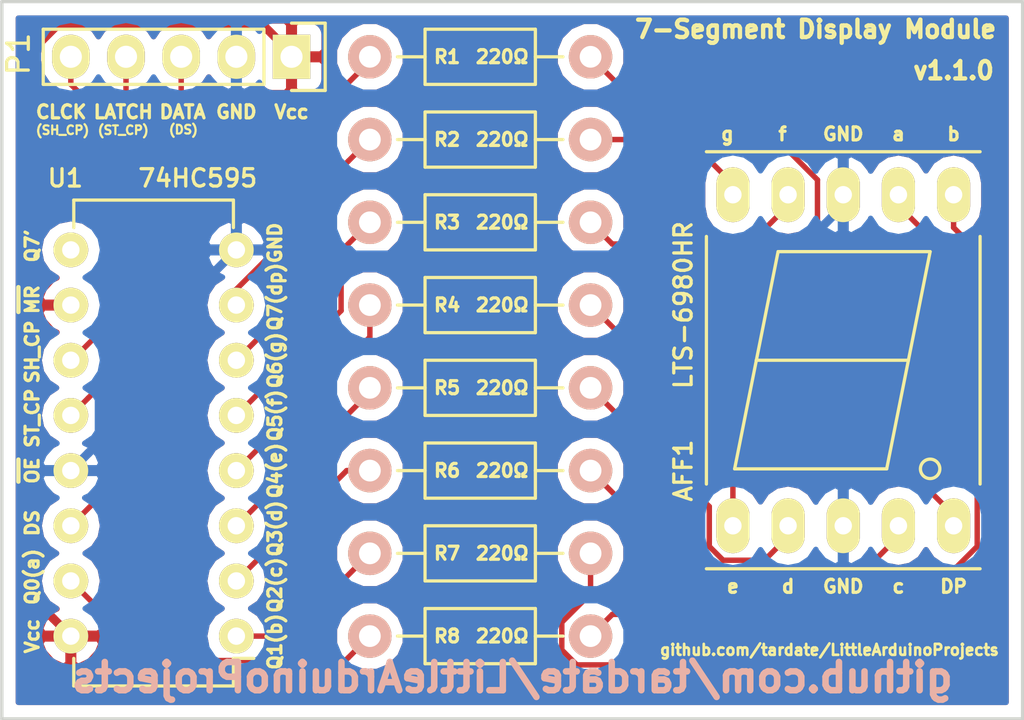
<source format=kicad_pcb>
(kicad_pcb (version 4) (host pcbnew 4.0.1-stable)

  (general
    (links 25)
    (no_connects 0)
    (area 124.632 88.945 172.160001 123.265001)
    (thickness 1.6)
    (drawings 44)
    (tracks 106)
    (zones 0)
    (modules 11)
    (nets 23)
  )

  (page A4)
  (title_block
    (title "Seven Segment Display Module")
    (date 2016-01-18)
    (rev 1.1.0)
    (company github.com/tardate/LittleArduinoProjects)
  )

  (layers
    (0 F.Cu signal)
    (31 B.Cu signal)
    (32 B.Adhes user)
    (33 F.Adhes user)
    (34 B.Paste user)
    (35 F.Paste user)
    (36 B.SilkS user)
    (37 F.SilkS user)
    (38 B.Mask user)
    (39 F.Mask user)
    (40 Dwgs.User user)
    (41 Cmts.User user)
    (42 Eco1.User user)
    (43 Eco2.User user)
    (44 Edge.Cuts user)
    (45 Margin user)
    (46 B.CrtYd user)
    (47 F.CrtYd user)
    (48 B.Fab user)
    (49 F.Fab user)
  )

  (setup
    (last_trace_width 0.25)
    (trace_clearance 0.2)
    (zone_clearance 0.508)
    (zone_45_only no)
    (trace_min 0.2)
    (segment_width 0.2)
    (edge_width 0.15)
    (via_size 0.6)
    (via_drill 0.4)
    (via_min_size 0.4)
    (via_min_drill 0.3)
    (uvia_size 0.3)
    (uvia_drill 0.1)
    (uvias_allowed no)
    (uvia_min_size 0.2)
    (uvia_min_drill 0.1)
    (pcb_text_width 0.3)
    (pcb_text_size 1.5 1.5)
    (mod_edge_width 0.15)
    (mod_text_size 1 1)
    (mod_text_width 0.15)
    (pad_size 1.524 1.524)
    (pad_drill 0.762)
    (pad_to_mask_clearance 0.2)
    (aux_axis_origin 0 0)
    (visible_elements FFFFFF7F)
    (pcbplotparams
      (layerselection 0x090fc_80000001)
      (usegerberextensions false)
      (excludeedgelayer true)
      (linewidth 0.100000)
      (plotframeref false)
      (viasonmask false)
      (mode 1)
      (useauxorigin false)
      (hpglpennumber 1)
      (hpglpenspeed 20)
      (hpglpendiameter 15)
      (hpglpenoverlay 2)
      (psnegative false)
      (psa4output false)
      (plotreference true)
      (plotvalue true)
      (plotinvisibletext false)
      (padsonsilk false)
      (subtractmaskfromsilk false)
      (outputformat 1)
      (mirror false)
      (drillshape 0)
      (scaleselection 1)
      (outputdirectory sevensegment_led_display_module_export/))
  )

  (net 0 "")
  (net 1 "Net-(AFF1-Pad1)")
  (net 2 "Net-(AFF1-Pad2)")
  (net 3 GND)
  (net 4 "Net-(AFF1-Pad4)")
  (net 5 "Net-(AFF1-Pad5)")
  (net 6 "Net-(AFF1-Pad6)")
  (net 7 "Net-(AFF1-Pad7)")
  (net 8 "Net-(AFF1-Pad9)")
  (net 9 "Net-(AFF1-Pad10)")
  (net 10 VCC)
  (net 11 /LATCH)
  (net 12 /CLK)
  (net 13 /DATA)
  (net 14 /ssDP)
  (net 15 /ssG)
  (net 16 /ssF)
  (net 17 /ssE)
  (net 18 /ssD)
  (net 19 /ssC)
  (net 20 /ssB)
  (net 21 /ssA)
  (net 22 "Net-(U1-Pad9)")

  (net_class Default "This is the default net class."
    (clearance 0.2)
    (trace_width 0.25)
    (via_dia 0.6)
    (via_drill 0.4)
    (uvia_dia 0.3)
    (uvia_drill 0.1)
    (add_net /CLK)
    (add_net /DATA)
    (add_net /LATCH)
    (add_net /ssA)
    (add_net /ssB)
    (add_net /ssC)
    (add_net /ssD)
    (add_net /ssDP)
    (add_net /ssE)
    (add_net /ssF)
    (add_net /ssG)
    (add_net "Net-(AFF1-Pad1)")
    (add_net "Net-(AFF1-Pad10)")
    (add_net "Net-(AFF1-Pad2)")
    (add_net "Net-(AFF1-Pad4)")
    (add_net "Net-(AFF1-Pad5)")
    (add_net "Net-(AFF1-Pad6)")
    (add_net "Net-(AFF1-Pad7)")
    (add_net "Net-(AFF1-Pad9)")
    (add_net "Net-(U1-Pad9)")
  )

  (net_class Power ""
    (clearance 0.3)
    (trace_width 0.4)
    (via_dia 0.7)
    (via_drill 0.5)
    (uvia_dia 0.3)
    (uvia_drill 0.1)
    (add_net GND)
    (add_net VCC)
  )

  (module Displays_7-Segment:7SegmentLED_LTS6760_LTS6780 (layer F.Cu) (tedit 569DA762) (tstamp 569D9FF4)
    (at 163.83 106.68)
    (path /569D92F5)
    (fp_text reference AFF1 (at -7.366 5.08 90) (layer F.SilkS)
      (effects (font (size 0.8 0.8) (thickness 0.15)))
    )
    (fp_text value LTS-6980HR (at -7.366 -2.54 90) (layer F.SilkS)
      (effects (font (size 0.8 0.8) (thickness 0.15)))
    )
    (fp_circle (center 4 5) (end 4.4 5.2) (layer F.SilkS) (width 0.15))
    (fp_line (start -3 -5) (end -4 0) (layer F.SilkS) (width 0.15))
    (fp_line (start -4 0) (end -5 5) (layer F.SilkS) (width 0.15))
    (fp_line (start -5 5) (end 2 5) (layer F.SilkS) (width 0.15))
    (fp_line (start 2 5) (end 3 0) (layer F.SilkS) (width 0.15))
    (fp_line (start 4 -5) (end 3 0) (layer F.SilkS) (width 0.15))
    (fp_line (start 3 0) (end -4 0) (layer F.SilkS) (width 0.15))
    (fp_line (start -3 -5) (end 4 -5) (layer F.SilkS) (width 0.15))
    (fp_line (start 6.3 9.6) (end -6.3 9.6) (layer F.SilkS) (width 0.15))
    (fp_line (start -6.3 -5.7) (end -6.3 5.7) (layer F.SilkS) (width 0.15))
    (fp_line (start 6.3 -5.7) (end 6.3 5.7) (layer F.SilkS) (width 0.15))
    (fp_line (start -6.3 -9.6) (end 6.3 -9.6) (layer F.SilkS) (width 0.15))
    (pad 1 thru_hole oval (at -5.08 7.62) (size 1.524 2.524) (drill 0.8) (layers *.Cu *.Mask F.SilkS)
      (net 1 "Net-(AFF1-Pad1)"))
    (pad 2 thru_hole oval (at -2.54 7.62) (size 1.524 2.524) (drill 0.8) (layers *.Cu *.Mask F.SilkS)
      (net 2 "Net-(AFF1-Pad2)"))
    (pad 3 thru_hole oval (at 0 7.62) (size 1.524 2.524) (drill 0.8) (layers *.Cu *.Mask F.SilkS)
      (net 3 GND))
    (pad 4 thru_hole oval (at 2.54 7.62) (size 1.524 2.524) (drill 0.8) (layers *.Cu *.Mask F.SilkS)
      (net 4 "Net-(AFF1-Pad4)"))
    (pad 5 thru_hole oval (at 5.08 7.62) (size 1.524 2.524) (drill 0.8) (layers *.Cu *.Mask F.SilkS)
      (net 5 "Net-(AFF1-Pad5)"))
    (pad 6 thru_hole oval (at 5.08 -7.62) (size 1.524 2.524) (drill 0.8) (layers *.Cu *.Mask F.SilkS)
      (net 6 "Net-(AFF1-Pad6)"))
    (pad 7 thru_hole oval (at 2.54 -7.62) (size 1.524 2.524) (drill 0.8) (layers *.Cu *.Mask F.SilkS)
      (net 7 "Net-(AFF1-Pad7)"))
    (pad 8 thru_hole oval (at 0 -7.62) (size 1.524 2.524) (drill 0.8) (layers *.Cu *.Mask F.SilkS)
      (net 3 GND))
    (pad 9 thru_hole oval (at -2.54 -7.62) (size 1.524 2.524) (drill 0.8) (layers *.Cu *.Mask F.SilkS)
      (net 8 "Net-(AFF1-Pad9)"))
    (pad 10 thru_hole oval (at -5.08 -7.62) (size 1.524 2.524) (drill 0.8) (layers *.Cu *.Mask F.SilkS)
      (net 9 "Net-(AFF1-Pad10)"))
    (model Displays_7-Segment.3dshapes/7SegmentLED_LTS6760_LTS6780.wrl
      (at (xyz 0 0 0))
      (scale (xyz 0.3937 0.3937 0.3937))
      (rotate (xyz 0 0 0))
    )
  )

  (module Pin_Headers:Pin_Header_Straight_1x05 (layer F.Cu) (tedit 56C822ED) (tstamp 569D9FFD)
    (at 138.43 92.71 270)
    (descr "Through hole pin header")
    (tags "pin header")
    (path /569D9181)
    (fp_text reference P1 (at -0.127 12.573 270) (layer F.SilkS)
      (effects (font (size 1 1) (thickness 0.15)))
    )
    (fp_text value CONN_01X05 (at -2.54 5.08 360) (layer F.Fab) hide
      (effects (font (size 1 1) (thickness 0.15)))
    )
    (fp_line (start -1.55 0) (end -1.55 -1.55) (layer F.SilkS) (width 0.15))
    (fp_line (start -1.55 -1.55) (end 1.55 -1.55) (layer F.SilkS) (width 0.15))
    (fp_line (start 1.55 -1.55) (end 1.55 0) (layer F.SilkS) (width 0.15))
    (fp_line (start -1.75 -1.75) (end -1.75 11.95) (layer F.CrtYd) (width 0.05))
    (fp_line (start 1.75 -1.75) (end 1.75 11.95) (layer F.CrtYd) (width 0.05))
    (fp_line (start -1.75 -1.75) (end 1.75 -1.75) (layer F.CrtYd) (width 0.05))
    (fp_line (start -1.75 11.95) (end 1.75 11.95) (layer F.CrtYd) (width 0.05))
    (fp_line (start 1.27 1.27) (end 1.27 11.43) (layer F.SilkS) (width 0.15))
    (fp_line (start 1.27 11.43) (end -1.27 11.43) (layer F.SilkS) (width 0.15))
    (fp_line (start -1.27 11.43) (end -1.27 1.27) (layer F.SilkS) (width 0.15))
    (fp_line (start 1.27 1.27) (end -1.27 1.27) (layer F.SilkS) (width 0.15))
    (pad 1 thru_hole rect (at 0 0 270) (size 2.032 1.7272) (drill 1.016) (layers *.Cu *.Mask F.SilkS)
      (net 10 VCC))
    (pad 2 thru_hole oval (at 0 2.54 270) (size 2.032 1.7272) (drill 1.016) (layers *.Cu *.Mask F.SilkS)
      (net 3 GND))
    (pad 3 thru_hole oval (at 0 5.08 270) (size 2.032 1.7272) (drill 1.016) (layers *.Cu *.Mask F.SilkS)
      (net 13 /DATA))
    (pad 4 thru_hole oval (at 0 7.62 270) (size 2.032 1.7272) (drill 1.016) (layers *.Cu *.Mask F.SilkS)
      (net 11 /LATCH))
    (pad 5 thru_hole oval (at 0 10.16 270) (size 2.032 1.7272) (drill 1.016) (layers *.Cu *.Mask F.SilkS)
      (net 12 /CLK))
    (model Pin_Headers.3dshapes/Pin_Header_Straight_1x05.wrl
      (at (xyz 0 -0.2 0))
      (scale (xyz 1 1 1))
      (rotate (xyz 0 0 90))
    )
  )

  (module Resistors_ThroughHole:Resistor_Horizontal_RM10mm (layer F.Cu) (tedit 569DA4C4) (tstamp 569DA003)
    (at 147.1168 92.71)
    (descr "Resistor, Axial,  RM 10mm, 1/3W,")
    (tags "Resistor, Axial, RM 10mm, 1/3W,")
    (path /569D9399)
    (fp_text reference R1 (at -1.524 0) (layer F.SilkS)
      (effects (font (size 0.6 0.6) (thickness 0.15)))
    )
    (fp_text value 220Ω (at 1.016 0) (layer F.SilkS)
      (effects (font (size 0.6 0.6) (thickness 0.15)))
    )
    (fp_line (start -2.54 -1.27) (end 2.54 -1.27) (layer F.SilkS) (width 0.15))
    (fp_line (start 2.54 -1.27) (end 2.54 1.27) (layer F.SilkS) (width 0.15))
    (fp_line (start 2.54 1.27) (end -2.54 1.27) (layer F.SilkS) (width 0.15))
    (fp_line (start -2.54 1.27) (end -2.54 -1.27) (layer F.SilkS) (width 0.15))
    (fp_line (start -2.54 0) (end -3.81 0) (layer F.SilkS) (width 0.15))
    (fp_line (start 2.54 0) (end 3.81 0) (layer F.SilkS) (width 0.15))
    (pad 1 thru_hole circle (at -5.08 0) (size 1.99898 1.99898) (drill 1.00076) (layers *.Cu *.SilkS *.Mask)
      (net 14 /ssDP))
    (pad 2 thru_hole circle (at 5.08 0) (size 1.99898 1.99898) (drill 1.00076) (layers *.Cu *.SilkS *.Mask)
      (net 5 "Net-(AFF1-Pad5)"))
    (model Resistors_ThroughHole.3dshapes/Resistor_Horizontal_RM10mm.wrl
      (at (xyz 0 0 0))
      (scale (xyz 0.4 0.4 0.4))
      (rotate (xyz 0 0 0))
    )
  )

  (module Resistors_ThroughHole:Resistor_Horizontal_RM10mm (layer F.Cu) (tedit 569DA4DF) (tstamp 569DA009)
    (at 147.1168 96.52)
    (descr "Resistor, Axial,  RM 10mm, 1/3W,")
    (tags "Resistor, Axial, RM 10mm, 1/3W,")
    (path /569D93F2)
    (fp_text reference R2 (at -1.524 0) (layer F.SilkS)
      (effects (font (size 0.6 0.6) (thickness 0.15)))
    )
    (fp_text value 220Ω (at 1.016 0) (layer F.SilkS)
      (effects (font (size 0.6 0.6) (thickness 0.15)))
    )
    (fp_line (start -2.54 -1.27) (end 2.54 -1.27) (layer F.SilkS) (width 0.15))
    (fp_line (start 2.54 -1.27) (end 2.54 1.27) (layer F.SilkS) (width 0.15))
    (fp_line (start 2.54 1.27) (end -2.54 1.27) (layer F.SilkS) (width 0.15))
    (fp_line (start -2.54 1.27) (end -2.54 -1.27) (layer F.SilkS) (width 0.15))
    (fp_line (start -2.54 0) (end -3.81 0) (layer F.SilkS) (width 0.15))
    (fp_line (start 2.54 0) (end 3.81 0) (layer F.SilkS) (width 0.15))
    (pad 1 thru_hole circle (at -5.08 0) (size 1.99898 1.99898) (drill 1.00076) (layers *.Cu *.SilkS *.Mask)
      (net 15 /ssG))
    (pad 2 thru_hole circle (at 5.08 0) (size 1.99898 1.99898) (drill 1.00076) (layers *.Cu *.SilkS *.Mask)
      (net 9 "Net-(AFF1-Pad10)"))
    (model Resistors_ThroughHole.3dshapes/Resistor_Horizontal_RM10mm.wrl
      (at (xyz 0 0 0))
      (scale (xyz 0.4 0.4 0.4))
      (rotate (xyz 0 0 0))
    )
  )

  (module Resistors_ThroughHole:Resistor_Horizontal_RM10mm (layer F.Cu) (tedit 569DA4F8) (tstamp 569DA00F)
    (at 147.1168 100.33)
    (descr "Resistor, Axial,  RM 10mm, 1/3W,")
    (tags "Resistor, Axial, RM 10mm, 1/3W,")
    (path /569D94C7)
    (fp_text reference R3 (at -1.524 0) (layer F.SilkS)
      (effects (font (size 0.6 0.6) (thickness 0.15)))
    )
    (fp_text value 220Ω (at 1.016 0) (layer F.SilkS)
      (effects (font (size 0.6 0.6) (thickness 0.15)))
    )
    (fp_line (start -2.54 -1.27) (end 2.54 -1.27) (layer F.SilkS) (width 0.15))
    (fp_line (start 2.54 -1.27) (end 2.54 1.27) (layer F.SilkS) (width 0.15))
    (fp_line (start 2.54 1.27) (end -2.54 1.27) (layer F.SilkS) (width 0.15))
    (fp_line (start -2.54 1.27) (end -2.54 -1.27) (layer F.SilkS) (width 0.15))
    (fp_line (start -2.54 0) (end -3.81 0) (layer F.SilkS) (width 0.15))
    (fp_line (start 2.54 0) (end 3.81 0) (layer F.SilkS) (width 0.15))
    (pad 1 thru_hole circle (at -5.08 0) (size 1.99898 1.99898) (drill 1.00076) (layers *.Cu *.SilkS *.Mask)
      (net 16 /ssF))
    (pad 2 thru_hole circle (at 5.08 0) (size 1.99898 1.99898) (drill 1.00076) (layers *.Cu *.SilkS *.Mask)
      (net 8 "Net-(AFF1-Pad9)"))
    (model Resistors_ThroughHole.3dshapes/Resistor_Horizontal_RM10mm.wrl
      (at (xyz 0 0 0))
      (scale (xyz 0.4 0.4 0.4))
      (rotate (xyz 0 0 0))
    )
  )

  (module Resistors_ThroughHole:Resistor_Horizontal_RM10mm (layer F.Cu) (tedit 569DA511) (tstamp 569DA015)
    (at 147.1168 104.14)
    (descr "Resistor, Axial,  RM 10mm, 1/3W,")
    (tags "Resistor, Axial, RM 10mm, 1/3W,")
    (path /569D9512)
    (fp_text reference R4 (at -1.524 0) (layer F.SilkS)
      (effects (font (size 0.6 0.6) (thickness 0.15)))
    )
    (fp_text value 220Ω (at 1.016 0) (layer F.SilkS)
      (effects (font (size 0.6 0.6) (thickness 0.15)))
    )
    (fp_line (start -2.54 -1.27) (end 2.54 -1.27) (layer F.SilkS) (width 0.15))
    (fp_line (start 2.54 -1.27) (end 2.54 1.27) (layer F.SilkS) (width 0.15))
    (fp_line (start 2.54 1.27) (end -2.54 1.27) (layer F.SilkS) (width 0.15))
    (fp_line (start -2.54 1.27) (end -2.54 -1.27) (layer F.SilkS) (width 0.15))
    (fp_line (start -2.54 0) (end -3.81 0) (layer F.SilkS) (width 0.15))
    (fp_line (start 2.54 0) (end 3.81 0) (layer F.SilkS) (width 0.15))
    (pad 1 thru_hole circle (at -5.08 0) (size 1.99898 1.99898) (drill 1.00076) (layers *.Cu *.SilkS *.Mask)
      (net 17 /ssE))
    (pad 2 thru_hole circle (at 5.08 0) (size 1.99898 1.99898) (drill 1.00076) (layers *.Cu *.SilkS *.Mask)
      (net 1 "Net-(AFF1-Pad1)"))
    (model Resistors_ThroughHole.3dshapes/Resistor_Horizontal_RM10mm.wrl
      (at (xyz 0 0 0))
      (scale (xyz 0.4 0.4 0.4))
      (rotate (xyz 0 0 0))
    )
  )

  (module Resistors_ThroughHole:Resistor_Horizontal_RM10mm (layer F.Cu) (tedit 569DA522) (tstamp 569DA01B)
    (at 147.1168 107.95)
    (descr "Resistor, Axial,  RM 10mm, 1/3W,")
    (tags "Resistor, Axial, RM 10mm, 1/3W,")
    (path /569D953A)
    (fp_text reference R5 (at -1.524 0) (layer F.SilkS)
      (effects (font (size 0.6 0.6) (thickness 0.15)))
    )
    (fp_text value 220Ω (at 1.016 0) (layer F.SilkS)
      (effects (font (size 0.6 0.6) (thickness 0.15)))
    )
    (fp_line (start -2.54 -1.27) (end 2.54 -1.27) (layer F.SilkS) (width 0.15))
    (fp_line (start 2.54 -1.27) (end 2.54 1.27) (layer F.SilkS) (width 0.15))
    (fp_line (start 2.54 1.27) (end -2.54 1.27) (layer F.SilkS) (width 0.15))
    (fp_line (start -2.54 1.27) (end -2.54 -1.27) (layer F.SilkS) (width 0.15))
    (fp_line (start -2.54 0) (end -3.81 0) (layer F.SilkS) (width 0.15))
    (fp_line (start 2.54 0) (end 3.81 0) (layer F.SilkS) (width 0.15))
    (pad 1 thru_hole circle (at -5.08 0) (size 1.99898 1.99898) (drill 1.00076) (layers *.Cu *.SilkS *.Mask)
      (net 18 /ssD))
    (pad 2 thru_hole circle (at 5.08 0) (size 1.99898 1.99898) (drill 1.00076) (layers *.Cu *.SilkS *.Mask)
      (net 2 "Net-(AFF1-Pad2)"))
    (model Resistors_ThroughHole.3dshapes/Resistor_Horizontal_RM10mm.wrl
      (at (xyz 0 0 0))
      (scale (xyz 0.4 0.4 0.4))
      (rotate (xyz 0 0 0))
    )
  )

  (module Resistors_ThroughHole:Resistor_Horizontal_RM10mm (layer F.Cu) (tedit 569DA531) (tstamp 569DA021)
    (at 147.1168 111.76)
    (descr "Resistor, Axial,  RM 10mm, 1/3W,")
    (tags "Resistor, Axial, RM 10mm, 1/3W,")
    (path /569D9563)
    (fp_text reference R6 (at -1.524 0) (layer F.SilkS)
      (effects (font (size 0.6 0.6) (thickness 0.15)))
    )
    (fp_text value 220Ω (at 1.016 0) (layer F.SilkS)
      (effects (font (size 0.6 0.6) (thickness 0.15)))
    )
    (fp_line (start -2.54 -1.27) (end 2.54 -1.27) (layer F.SilkS) (width 0.15))
    (fp_line (start 2.54 -1.27) (end 2.54 1.27) (layer F.SilkS) (width 0.15))
    (fp_line (start 2.54 1.27) (end -2.54 1.27) (layer F.SilkS) (width 0.15))
    (fp_line (start -2.54 1.27) (end -2.54 -1.27) (layer F.SilkS) (width 0.15))
    (fp_line (start -2.54 0) (end -3.81 0) (layer F.SilkS) (width 0.15))
    (fp_line (start 2.54 0) (end 3.81 0) (layer F.SilkS) (width 0.15))
    (pad 1 thru_hole circle (at -5.08 0) (size 1.99898 1.99898) (drill 1.00076) (layers *.Cu *.SilkS *.Mask)
      (net 19 /ssC))
    (pad 2 thru_hole circle (at 5.08 0) (size 1.99898 1.99898) (drill 1.00076) (layers *.Cu *.SilkS *.Mask)
      (net 4 "Net-(AFF1-Pad4)"))
    (model Resistors_ThroughHole.3dshapes/Resistor_Horizontal_RM10mm.wrl
      (at (xyz 0 0 0))
      (scale (xyz 0.4 0.4 0.4))
      (rotate (xyz 0 0 0))
    )
  )

  (module Resistors_ThroughHole:Resistor_Horizontal_RM10mm (layer F.Cu) (tedit 569DA540) (tstamp 569DA027)
    (at 147.1168 115.57)
    (descr "Resistor, Axial,  RM 10mm, 1/3W,")
    (tags "Resistor, Axial, RM 10mm, 1/3W,")
    (path /569D958F)
    (fp_text reference R7 (at -1.524 0) (layer F.SilkS)
      (effects (font (size 0.6 0.6) (thickness 0.15)))
    )
    (fp_text value 220Ω (at 1.016 0) (layer F.SilkS)
      (effects (font (size 0.6 0.6) (thickness 0.15)))
    )
    (fp_line (start -2.54 -1.27) (end 2.54 -1.27) (layer F.SilkS) (width 0.15))
    (fp_line (start 2.54 -1.27) (end 2.54 1.27) (layer F.SilkS) (width 0.15))
    (fp_line (start 2.54 1.27) (end -2.54 1.27) (layer F.SilkS) (width 0.15))
    (fp_line (start -2.54 1.27) (end -2.54 -1.27) (layer F.SilkS) (width 0.15))
    (fp_line (start -2.54 0) (end -3.81 0) (layer F.SilkS) (width 0.15))
    (fp_line (start 2.54 0) (end 3.81 0) (layer F.SilkS) (width 0.15))
    (pad 1 thru_hole circle (at -5.08 0) (size 1.99898 1.99898) (drill 1.00076) (layers *.Cu *.SilkS *.Mask)
      (net 20 /ssB))
    (pad 2 thru_hole circle (at 5.08 0) (size 1.99898 1.99898) (drill 1.00076) (layers *.Cu *.SilkS *.Mask)
      (net 6 "Net-(AFF1-Pad6)"))
    (model Resistors_ThroughHole.3dshapes/Resistor_Horizontal_RM10mm.wrl
      (at (xyz 0 0 0))
      (scale (xyz 0.4 0.4 0.4))
      (rotate (xyz 0 0 0))
    )
  )

  (module Resistors_ThroughHole:Resistor_Horizontal_RM10mm (layer F.Cu) (tedit 569DA4AF) (tstamp 569DA02D)
    (at 147.1168 119.38)
    (descr "Resistor, Axial,  RM 10mm, 1/3W,")
    (tags "Resistor, Axial, RM 10mm, 1/3W,")
    (path /569D95FA)
    (fp_text reference R8 (at -1.524 0) (layer F.SilkS)
      (effects (font (size 0.6 0.6) (thickness 0.15)))
    )
    (fp_text value 220Ω (at 1.016 0) (layer F.SilkS)
      (effects (font (size 0.6 0.6) (thickness 0.15)))
    )
    (fp_line (start -2.54 -1.27) (end 2.54 -1.27) (layer F.SilkS) (width 0.15))
    (fp_line (start 2.54 -1.27) (end 2.54 1.27) (layer F.SilkS) (width 0.15))
    (fp_line (start 2.54 1.27) (end -2.54 1.27) (layer F.SilkS) (width 0.15))
    (fp_line (start -2.54 1.27) (end -2.54 -1.27) (layer F.SilkS) (width 0.15))
    (fp_line (start -2.54 0) (end -3.81 0) (layer F.SilkS) (width 0.15))
    (fp_line (start 2.54 0) (end 3.81 0) (layer F.SilkS) (width 0.15))
    (pad 1 thru_hole circle (at -5.08 0) (size 1.99898 1.99898) (drill 1.00076) (layers *.Cu *.SilkS *.Mask)
      (net 21 /ssA))
    (pad 2 thru_hole circle (at 5.08 0) (size 1.99898 1.99898) (drill 1.00076) (layers *.Cu *.SilkS *.Mask)
      (net 7 "Net-(AFF1-Pad7)"))
    (model Resistors_ThroughHole.3dshapes/Resistor_Horizontal_RM10mm.wrl
      (at (xyz 0 0 0))
      (scale (xyz 0.4 0.4 0.4))
      (rotate (xyz 0 0 0))
    )
  )

  (module Housings_DIP:DIP-16_W7.62mm (layer F.Cu) (tedit 569DA56A) (tstamp 569DA041)
    (at 135.89 119.38 180)
    (descr "16-lead dip package, row spacing 7.62 mm (300 mils)")
    (tags "dil dip 2.54 300")
    (path /569D9357)
    (fp_text reference U1 (at 7.874 21.082 180) (layer F.SilkS)
      (effects (font (size 0.8 0.8) (thickness 0.15)))
    )
    (fp_text value 74HC595 (at 1.778 21.082 360) (layer F.SilkS)
      (effects (font (size 0.8 0.8) (thickness 0.15)))
    )
    (fp_line (start -1.05 -2.45) (end -1.05 20.25) (layer F.CrtYd) (width 0.05))
    (fp_line (start 8.65 -2.45) (end 8.65 20.25) (layer F.CrtYd) (width 0.05))
    (fp_line (start -1.05 -2.45) (end 8.65 -2.45) (layer F.CrtYd) (width 0.05))
    (fp_line (start -1.05 20.25) (end 8.65 20.25) (layer F.CrtYd) (width 0.05))
    (fp_line (start 0.135 -2.295) (end 0.135 -1.025) (layer F.SilkS) (width 0.15))
    (fp_line (start 7.485 -2.295) (end 7.485 -1.025) (layer F.SilkS) (width 0.15))
    (fp_line (start 7.485 20.075) (end 7.485 18.805) (layer F.SilkS) (width 0.15))
    (fp_line (start 0.135 20.075) (end 0.135 18.805) (layer F.SilkS) (width 0.15))
    (fp_line (start 0.135 -2.295) (end 7.485 -2.295) (layer F.SilkS) (width 0.15))
    (fp_line (start 0.135 20.075) (end 7.485 20.075) (layer F.SilkS) (width 0.15))
    (fp_line (start 0.135 -1.025) (end -0.8 -1.025) (layer F.SilkS) (width 0.15))
    (pad 1 thru_hole oval (at 0 0 180) (size 1.6 1.6) (drill 0.8) (layers *.Cu *.Mask F.SilkS)
      (net 20 /ssB))
    (pad 2 thru_hole oval (at 0 2.54 180) (size 1.6 1.6) (drill 0.8) (layers *.Cu *.Mask F.SilkS)
      (net 19 /ssC))
    (pad 3 thru_hole oval (at 0 5.08 180) (size 1.6 1.6) (drill 0.8) (layers *.Cu *.Mask F.SilkS)
      (net 18 /ssD))
    (pad 4 thru_hole oval (at 0 7.62 180) (size 1.6 1.6) (drill 0.8) (layers *.Cu *.Mask F.SilkS)
      (net 17 /ssE))
    (pad 5 thru_hole oval (at 0 10.16 180) (size 1.6 1.6) (drill 0.8) (layers *.Cu *.Mask F.SilkS)
      (net 16 /ssF))
    (pad 6 thru_hole oval (at 0 12.7 180) (size 1.6 1.6) (drill 0.8) (layers *.Cu *.Mask F.SilkS)
      (net 15 /ssG))
    (pad 7 thru_hole oval (at 0 15.24 180) (size 1.6 1.6) (drill 0.8) (layers *.Cu *.Mask F.SilkS)
      (net 14 /ssDP))
    (pad 8 thru_hole oval (at 0 17.78 180) (size 1.6 1.6) (drill 0.8) (layers *.Cu *.Mask F.SilkS)
      (net 3 GND))
    (pad 9 thru_hole oval (at 7.62 17.78 180) (size 1.6 1.6) (drill 0.8) (layers *.Cu *.Mask F.SilkS)
      (net 22 "Net-(U1-Pad9)"))
    (pad 10 thru_hole oval (at 7.62 15.24 180) (size 1.6 1.6) (drill 0.8) (layers *.Cu *.Mask F.SilkS)
      (net 10 VCC))
    (pad 11 thru_hole oval (at 7.62 12.7 180) (size 1.6 1.6) (drill 0.8) (layers *.Cu *.Mask F.SilkS)
      (net 12 /CLK))
    (pad 12 thru_hole oval (at 7.62 10.16 180) (size 1.6 1.6) (drill 0.8) (layers *.Cu *.Mask F.SilkS)
      (net 11 /LATCH))
    (pad 13 thru_hole oval (at 7.62 7.62 180) (size 1.6 1.6) (drill 0.8) (layers *.Cu *.Mask F.SilkS)
      (net 3 GND))
    (pad 14 thru_hole oval (at 7.62 5.08 180) (size 1.6 1.6) (drill 0.8) (layers *.Cu *.Mask F.SilkS)
      (net 13 /DATA))
    (pad 15 thru_hole oval (at 7.62 2.54 180) (size 1.6 1.6) (drill 0.8) (layers *.Cu *.Mask F.SilkS)
      (net 21 /ssA))
    (pad 16 thru_hole oval (at 7.62 0 180) (size 1.6 1.6) (drill 0.8) (layers *.Cu *.Mask F.SilkS)
      (net 10 VCC))
    (model Housings_DIP.3dshapes/DIP-16_W7.62mm.wrl
      (at (xyz 0 0 0))
      (scale (xyz 1 1 1))
      (rotate (xyz 0 0 0))
    )
  )

  (gr_text github.com/tardate/LittleArduinoProjects (at 163.195 120.015) (layer F.SilkS)
    (effects (font (size 0.5 0.5) (thickness 0.125)))
  )
  (gr_text v1.1.0 (at 168.91 93.345) (layer F.SilkS)
    (effects (font (size 0.8 0.8) (thickness 0.2)))
  )
  (gr_text "7-Segment Display Module" (at 162.56 91.44) (layer F.SilkS)
    (effects (font (size 0.8 0.8) (thickness 0.2)))
  )
  (gr_line (start 125.095 123.19) (end 172.085 123.19) (angle 90) (layer Edge.Cuts) (width 0.15))
  (gr_line (start 125.095 90.17) (end 172.085 90.17) (angle 90) (layer Edge.Cuts) (width 0.15))
  (gr_line (start 125.095 90.17) (end 125.095 123.19) (angle 90) (layer Edge.Cuts) (width 0.15))
  (gr_line (start 172.085 90.17) (end 172.085 123.19) (angle 90) (layer Edge.Cuts) (width 0.15))
  (gr_text "(DS)" (at 133.4516 96.0628) (layer F.SilkS)
    (effects (font (size 0.4 0.4) (thickness 0.1)))
  )
  (gr_text "(ST_CP)" (at 130.683 96.0882) (layer F.SilkS)
    (effects (font (size 0.4 0.4) (thickness 0.1)))
  )
  (gr_text "(SH_CP)" (at 127.889 96.0882) (layer F.SilkS)
    (effects (font (size 0.4 0.4) (thickness 0.1)))
  )
  (gr_line (start 125.857 104.4575) (end 125.857 103.3145) (angle 90) (layer F.SilkS) (width 0.2))
  (gr_line (start 125.857 112.268) (end 125.857 111.252) (angle 90) (layer F.SilkS) (width 0.2))
  (gr_text github.com/tardate/LittleArduinoProjects (at 148.59 121.285) (layer B.SilkS)
    (effects (font (size 1.3 1.3) (thickness 0.3)) (justify mirror))
  )
  (gr_text GND (at 137.668 101.2825 90) (layer F.SilkS)
    (effects (font (size 0.6 0.6) (thickness 0.15)))
  )
  (gr_text "Q7(dp)" (at 137.668 103.759 90) (layer F.SilkS)
    (effects (font (size 0.6 0.6) (thickness 0.15)))
  )
  (gr_text "Q6(g)" (at 137.668 106.68 90) (layer F.SilkS)
    (effects (font (size 0.6 0.6) (thickness 0.15)))
  )
  (gr_text "Q5(f)" (at 137.668 109.22 90) (layer F.SilkS)
    (effects (font (size 0.6 0.6) (thickness 0.15)))
  )
  (gr_text "Q4(e)" (at 137.668 111.76 90) (layer F.SilkS)
    (effects (font (size 0.6 0.6) (thickness 0.15)))
  )
  (gr_text "Q3(d)" (at 137.668 114.427 90) (layer F.SilkS)
    (effects (font (size 0.6 0.6) (thickness 0.15)))
  )
  (gr_text "Q2(c)" (at 137.668 117.0305 90) (layer F.SilkS)
    (effects (font (size 0.6 0.6) (thickness 0.15)))
  )
  (gr_text "Q1(b)" (at 137.668 119.634 90) (layer F.SilkS)
    (effects (font (size 0.6 0.6) (thickness 0.15)))
  )
  (gr_text Vcc (at 126.492 119.38 90) (layer F.SilkS)
    (effects (font (size 0.6 0.6) (thickness 0.15)))
  )
  (gr_text "Q0(a)" (at 126.492 116.6495 90) (layer F.SilkS)
    (effects (font (size 0.6 0.6) (thickness 0.15)))
  )
  (gr_text DS (at 126.492 114.173 90) (layer F.SilkS)
    (effects (font (size 0.6 0.6) (thickness 0.15)))
  )
  (gr_text OE (at 126.492 111.76 90) (layer F.SilkS)
    (effects (font (size 0.6 0.6) (thickness 0.15)))
  )
  (gr_text ST_CP (at 126.492 109.347 90) (layer F.SilkS)
    (effects (font (size 0.6 0.6) (thickness 0.15)))
  )
  (gr_text SH_CP (at 126.492 106.299 90) (layer F.SilkS)
    (effects (font (size 0.6 0.6) (thickness 0.15)))
  )
  (gr_text MR (at 126.492 103.886 90) (layer F.SilkS)
    (effects (font (size 0.6 0.6) (thickness 0.15)))
  )
  (gr_text Q7' (at 126.492 101.4095 90) (layer F.SilkS)
    (effects (font (size 0.6 0.6) (thickness 0.15)))
  )
  (gr_text b (at 168.91 96.266) (layer F.SilkS)
    (effects (font (size 0.6 0.6) (thickness 0.15)))
  )
  (gr_text a (at 166.37 96.266) (layer F.SilkS)
    (effects (font (size 0.6 0.6) (thickness 0.15)))
  )
  (gr_text GND (at 163.83 96.266) (layer F.SilkS)
    (effects (font (size 0.6 0.6) (thickness 0.15)))
  )
  (gr_text f (at 161.036 96.266) (layer F.SilkS)
    (effects (font (size 0.6 0.6) (thickness 0.15)))
  )
  (gr_text g (at 158.496 96.266) (layer F.SilkS)
    (effects (font (size 0.6 0.6) (thickness 0.15)))
  )
  (gr_text DP (at 168.91 117.094) (layer F.SilkS)
    (effects (font (size 0.6 0.6) (thickness 0.15)))
  )
  (gr_text c (at 166.37 117.094) (layer F.SilkS)
    (effects (font (size 0.6 0.6) (thickness 0.15)))
  )
  (gr_text GND (at 163.83 117.094) (layer F.SilkS)
    (effects (font (size 0.6 0.6) (thickness 0.15)))
  )
  (gr_text d (at 161.29 117.094) (layer F.SilkS)
    (effects (font (size 0.6 0.6) (thickness 0.15)))
  )
  (gr_text e (at 158.75 117.094) (layer F.SilkS)
    (effects (font (size 0.6 0.6) (thickness 0.15)))
  )
  (gr_text Vcc (at 138.43 95.25) (layer F.SilkS)
    (effects (font (size 0.6 0.6) (thickness 0.15)))
  )
  (gr_text GND (at 135.89 95.25) (layer F.SilkS)
    (effects (font (size 0.6 0.6) (thickness 0.15)))
  )
  (gr_text DATA (at 133.4135 95.25) (layer F.SilkS)
    (effects (font (size 0.6 0.6) (thickness 0.15)))
  )
  (gr_text LATCH (at 130.683 95.25) (layer F.SilkS)
    (effects (font (size 0.6 0.6) (thickness 0.15)))
  )
  (gr_text CLCK (at 127.8255 95.25) (layer F.SilkS)
    (effects (font (size 0.6 0.6) (thickness 0.15)))
  )

  (segment (start 152.1968 104.14) (end 158.75 110.6932) (width 0.25) (layer F.Cu) (net 1))
  (segment (start 158.75 110.6932) (end 158.75 114.3) (width 0.25) (layer F.Cu) (net 1))
  (segment (start 152.1968 107.95) (end 157.66299 113.41619) (width 0.25) (layer F.Cu) (net 2))
  (segment (start 157.66299 113.41619) (end 157.66299 115.250254) (width 0.25) (layer F.Cu) (net 2))
  (segment (start 157.66299 115.250254) (end 158.299746 115.88701) (width 0.25) (layer F.Cu) (net 2))
  (segment (start 158.299746 115.88701) (end 160.20299 115.88701) (width 0.25) (layer F.Cu) (net 2))
  (segment (start 160.20299 115.88701) (end 161.29 114.8) (width 0.25) (layer F.Cu) (net 2))
  (segment (start 161.29 114.8) (end 161.29 114.3) (width 0.25) (layer F.Cu) (net 2))
  (segment (start 135.89 101.6) (end 141.087552 101.6) (width 0.4) (layer B.Cu) (net 3))
  (segment (start 141.087552 101.6) (end 141.317043 101.829491) (width 0.4) (layer B.Cu) (net 3))
  (segment (start 141.317043 101.829491) (end 161.560509 101.829491) (width 0.4) (layer B.Cu) (net 3))
  (segment (start 161.560509 101.829491) (end 163.83 99.56) (width 0.4) (layer B.Cu) (net 3))
  (segment (start 163.83 99.56) (end 163.83 99.06) (width 0.4) (layer B.Cu) (net 3))
  (segment (start 163.83 114.3) (end 163.83 99.06) (width 0.4) (layer B.Cu) (net 3))
  (segment (start 163.83 98.56) (end 163.83 99.06) (width 0.4) (layer B.Cu) (net 3))
  (segment (start 135.89 101.6) (end 129.570001 107.919999) (width 0.4) (layer B.Cu) (net 3))
  (segment (start 129.570001 107.919999) (end 129.570001 110.459999) (width 0.4) (layer B.Cu) (net 3))
  (segment (start 129.570001 110.459999) (end 129.069999 110.960001) (width 0.4) (layer B.Cu) (net 3))
  (segment (start 129.069999 110.960001) (end 128.27 111.76) (width 0.4) (layer B.Cu) (net 3))
  (segment (start 135.89 92.71) (end 135.89 101.6) (width 0.4) (layer B.Cu) (net 3))
  (segment (start 152.1968 111.76) (end 156.77382 116.33702) (width 0.25) (layer F.Cu) (net 4))
  (segment (start 156.77382 116.33702) (end 164.83298 116.33702) (width 0.25) (layer F.Cu) (net 4))
  (segment (start 164.83298 116.33702) (end 166.37 114.8) (width 0.25) (layer F.Cu) (net 4))
  (segment (start 166.37 114.8) (end 166.37 114.3) (width 0.25) (layer F.Cu) (net 4))
  (segment (start 152.1968 92.71) (end 155.556789 96.069989) (width 0.25) (layer F.Cu) (net 5))
  (segment (start 160.337261 96.069997) (end 162.64299 98.375726) (width 0.25) (layer F.Cu) (net 5))
  (segment (start 155.556789 96.069989) (end 160.337261 96.069997) (width 0.25) (layer F.Cu) (net 5))
  (segment (start 162.64299 98.375726) (end 162.64299 107.53299) (width 0.25) (layer F.Cu) (net 5))
  (segment (start 162.64299 107.53299) (end 168.91 113.8) (width 0.25) (layer F.Cu) (net 5))
  (segment (start 168.91 113.8) (end 168.91 114.3) (width 0.25) (layer F.Cu) (net 5))
  (segment (start 168.91 114.8) (end 168.91 114.3) (width 0.25) (layer F.Cu) (net 5))
  (segment (start 152.1968 115.57) (end 152.1968 117.419752) (width 0.25) (layer F.Cu) (net 6))
  (segment (start 152.1968 117.419752) (end 150.872309 118.744243) (width 0.25) (layer F.Cu) (net 6))
  (segment (start 165.179183 120.704491) (end 170.44702 115.436654) (width 0.25) (layer F.Cu) (net 6))
  (segment (start 150.872309 118.744243) (end 150.872309 120.015757) (width 0.25) (layer F.Cu) (net 6))
  (segment (start 150.872309 120.015757) (end 151.561043 120.704491) (width 0.25) (layer F.Cu) (net 6))
  (segment (start 151.561043 120.704491) (end 165.179183 120.704491) (width 0.25) (layer F.Cu) (net 6))
  (segment (start 170.44702 115.436654) (end 170.44702 102.10902) (width 0.25) (layer F.Cu) (net 6))
  (segment (start 170.44702 102.10902) (end 168.91 100.572) (width 0.25) (layer F.Cu) (net 6))
  (segment (start 168.91 100.572) (end 168.91 99.06) (width 0.25) (layer F.Cu) (net 6))
  (segment (start 168.91 98.56) (end 168.91 99.06) (width 0.25) (layer F.Cu) (net 6))
  (segment (start 168.91 99.56) (end 168.91 99.06) (width 0.25) (layer F.Cu) (net 6))
  (segment (start 152.1968 119.38) (end 153.196289 118.380511) (width 0.25) (layer F.Cu) (net 7))
  (segment (start 169.99701 103.18701) (end 166.37 99.56) (width 0.25) (layer F.Cu) (net 7))
  (segment (start 153.196289 118.380511) (end 166.866753 118.380511) (width 0.25) (layer F.Cu) (net 7))
  (segment (start 166.866753 118.380511) (end 169.99701 115.250254) (width 0.25) (layer F.Cu) (net 7))
  (segment (start 169.99701 115.250254) (end 169.99701 103.18701) (width 0.25) (layer F.Cu) (net 7))
  (segment (start 166.37 99.56) (end 166.37 99.06) (width 0.25) (layer F.Cu) (net 7))
  (segment (start 166.37 98.56) (end 166.37 99.06) (width 0.25) (layer F.Cu) (net 7))
  (segment (start 152.1968 100.33) (end 153.196289 101.329489) (width 0.25) (layer F.Cu) (net 8))
  (segment (start 153.196289 101.329489) (end 159.520511 101.329489) (width 0.25) (layer F.Cu) (net 8))
  (segment (start 159.520511 101.329489) (end 161.29 99.56) (width 0.25) (layer F.Cu) (net 8))
  (segment (start 161.29 99.56) (end 161.29 99.06) (width 0.25) (layer F.Cu) (net 8))
  (segment (start 152.1968 96.52) (end 156.71 96.52) (width 0.25) (layer F.Cu) (net 9))
  (segment (start 158.75 98.56) (end 158.75 99.06) (width 0.25) (layer F.Cu) (net 9))
  (segment (start 156.71 96.52) (end 158.75 98.56) (width 0.25) (layer F.Cu) (net 9))
  (segment (start 126.419989 92.479176) (end 126.419989 104.1654) (width 0.4) (layer F.Cu) (net 10))
  (segment (start 126.419989 104.1654) (end 126.419989 117.529989) (width 0.4) (layer F.Cu) (net 10))
  (segment (start 127.11323 104.1654) (end 126.419989 104.1654) (width 0.4) (layer F.Cu) (net 10))
  (segment (start 128.27 104.14) (end 127.13863 104.14) (width 0.4) (layer F.Cu) (net 10))
  (segment (start 127.13863 104.14) (end 127.11323 104.1654) (width 0.4) (layer F.Cu) (net 10))
  (segment (start 138.43 92.71) (end 138.43 92.5576) (width 0.4) (layer F.Cu) (net 10))
  (segment (start 138.43 92.5576) (end 137.06639 91.19399) (width 0.4) (layer F.Cu) (net 10))
  (segment (start 137.06639 91.19399) (end 127.705175 91.19399) (width 0.4) (layer F.Cu) (net 10))
  (segment (start 127.705175 91.19399) (end 126.419989 92.479176) (width 0.4) (layer F.Cu) (net 10))
  (segment (start 127.470001 118.580001) (end 128.27 119.38) (width 0.4) (layer F.Cu) (net 10))
  (segment (start 126.419989 117.529989) (end 127.470001 118.580001) (width 0.4) (layer F.Cu) (net 10))
  (segment (start 130.81 95.879589) (end 130.828211 95.8978) (width 0.25) (layer F.Cu) (net 11))
  (segment (start 130.81 92.71) (end 130.81 95.879589) (width 0.25) (layer F.Cu) (net 11))
  (segment (start 130.828211 95.8978) (end 130.828211 106.661789) (width 0.25) (layer F.Cu) (net 11))
  (segment (start 130.828211 106.661789) (end 129.069999 108.420001) (width 0.25) (layer F.Cu) (net 11))
  (segment (start 129.069999 108.420001) (end 128.27 109.22) (width 0.25) (layer F.Cu) (net 11))
  (segment (start 128.27 92.71) (end 128.27 93.976) (width 0.25) (layer F.Cu) (net 12))
  (segment (start 128.27 93.976) (end 129.8956 95.6016) (width 0.25) (layer F.Cu) (net 12))
  (segment (start 129.8956 95.6016) (end 129.8956 105.1052) (width 0.25) (layer F.Cu) (net 12))
  (segment (start 128.27 106.7308) (end 128.27 106.68) (width 0.25) (layer F.Cu) (net 12))
  (segment (start 129.8956 105.1052) (end 128.27 106.7308) (width 0.25) (layer F.Cu) (net 12))
  (segment (start 133.35 92.71) (end 133.35 109.22) (width 0.25) (layer F.Cu) (net 13))
  (segment (start 133.35 109.22) (end 128.27 114.3) (width 0.25) (layer F.Cu) (net 13))
  (segment (start 135.89 104.14) (end 135.89 103.413002) (width 0.25) (layer F.Cu) (net 14))
  (segment (start 139.7 95.25) (end 142.0368 92.9132) (width 0.25) (layer F.Cu) (net 14))
  (segment (start 135.89 103.413002) (end 137.414 101.889002) (width 0.25) (layer F.Cu) (net 14))
  (segment (start 137.414 101.889002) (end 137.414 100.838) (width 0.25) (layer F.Cu) (net 14))
  (segment (start 139.7 98.552) (end 139.7 95.25) (width 0.25) (layer F.Cu) (net 14))
  (segment (start 137.414 100.838) (end 139.7 98.552) (width 0.25) (layer F.Cu) (net 14))
  (segment (start 142.0368 92.9132) (end 142.0368 92.71) (width 0.25) (layer F.Cu) (net 14))
  (segment (start 135.89 106.68) (end 140.150009 102.419991) (width 0.25) (layer F.Cu) (net 15))
  (segment (start 140.150009 102.419991) (end 140.150009 98.406791) (width 0.25) (layer F.Cu) (net 15))
  (segment (start 140.150009 98.406791) (end 141.037311 97.519489) (width 0.25) (layer F.Cu) (net 15))
  (segment (start 141.037311 97.519489) (end 142.0368 96.52) (width 0.25) (layer F.Cu) (net 15))
  (segment (start 135.89 109.22) (end 140.712309 104.397691) (width 0.25) (layer F.Cu) (net 16))
  (segment (start 140.712309 104.397691) (end 140.712309 101.654491) (width 0.25) (layer F.Cu) (net 16))
  (segment (start 140.712309 101.654491) (end 141.037311 101.329489) (width 0.25) (layer F.Cu) (net 16))
  (segment (start 141.037311 101.329489) (end 142.0368 100.33) (width 0.25) (layer F.Cu) (net 16))
  (segment (start 135.89 111.76) (end 142.0368 105.6132) (width 0.25) (layer F.Cu) (net 17))
  (segment (start 142.0368 105.6132) (end 142.0368 104.14) (width 0.25) (layer F.Cu) (net 17))
  (segment (start 135.89 114.3) (end 142.0368 108.1532) (width 0.25) (layer F.Cu) (net 18))
  (segment (start 142.0368 108.1532) (end 142.0368 107.95) (width 0.25) (layer F.Cu) (net 18))
  (segment (start 135.89 116.84) (end 140.97 111.76) (width 0.25) (layer F.Cu) (net 19))
  (segment (start 140.97 111.76) (end 142.0368 111.76) (width 0.25) (layer F.Cu) (net 19))
  (segment (start 135.89 119.38) (end 138.2268 119.38) (width 0.25) (layer F.Cu) (net 20))
  (segment (start 138.2268 119.38) (end 142.0368 115.57) (width 0.25) (layer F.Cu) (net 20))
  (segment (start 128.27 116.84) (end 131.935001 120.505001) (width 0.25) (layer F.Cu) (net 21))
  (segment (start 131.935001 120.505001) (end 140.911799 120.505001) (width 0.25) (layer F.Cu) (net 21))
  (segment (start 140.911799 120.505001) (end 141.037311 120.379489) (width 0.25) (layer F.Cu) (net 21))
  (segment (start 141.037311 120.379489) (end 142.0368 119.38) (width 0.25) (layer F.Cu) (net 21))

  (zone (net 3) (net_name GND) (layer B.Cu) (tstamp 56A5E058) (hatch edge 0.508)
    (connect_pads (clearance 0.508))
    (min_thickness 0.254)
    (fill yes (arc_segments 16) (thermal_gap 0.508) (thermal_bridge_width 0.508))
    (polygon
      (pts
        (xy 171.45 122.555) (xy 125.73 122.555) (xy 125.73 90.805) (xy 171.45 90.805) (xy 171.45 122.555)
      )
    )
    (filled_polygon
      (pts
        (xy 171.323 122.428) (xy 125.857 122.428) (xy 125.857 114.3) (xy 126.806887 114.3) (xy 126.91612 114.849151)
        (xy 127.227189 115.314698) (xy 127.609275 115.57) (xy 127.227189 115.825302) (xy 126.91612 116.290849) (xy 126.806887 116.84)
        (xy 126.91612 117.389151) (xy 127.227189 117.854698) (xy 127.609275 118.11) (xy 127.227189 118.365302) (xy 126.91612 118.830849)
        (xy 126.806887 119.38) (xy 126.91612 119.929151) (xy 127.227189 120.394698) (xy 127.692736 120.705767) (xy 128.241887 120.815)
        (xy 128.298113 120.815) (xy 128.847264 120.705767) (xy 129.312811 120.394698) (xy 129.62388 119.929151) (xy 129.733113 119.38)
        (xy 129.62388 118.830849) (xy 129.312811 118.365302) (xy 128.930725 118.11) (xy 129.312811 117.854698) (xy 129.62388 117.389151)
        (xy 129.733113 116.84) (xy 129.62388 116.290849) (xy 129.312811 115.825302) (xy 128.930725 115.57) (xy 129.312811 115.314698)
        (xy 129.62388 114.849151) (xy 129.733113 114.3) (xy 129.62388 113.750849) (xy 129.312811 113.285302) (xy 128.908297 113.015014)
        (xy 129.125134 112.912389) (xy 129.501041 112.497423) (xy 129.661904 112.109039) (xy 129.539915 111.887) (xy 128.397 111.887)
        (xy 128.397 111.907) (xy 128.143 111.907) (xy 128.143 111.887) (xy 127.000085 111.887) (xy 126.878096 112.109039)
        (xy 127.038959 112.497423) (xy 127.414866 112.912389) (xy 127.631703 113.015014) (xy 127.227189 113.285302) (xy 126.91612 113.750849)
        (xy 126.806887 114.3) (xy 125.857 114.3) (xy 125.857 101.6) (xy 126.806887 101.6) (xy 126.91612 102.149151)
        (xy 127.227189 102.614698) (xy 127.609275 102.87) (xy 127.227189 103.125302) (xy 126.91612 103.590849) (xy 126.806887 104.14)
        (xy 126.91612 104.689151) (xy 127.227189 105.154698) (xy 127.609275 105.41) (xy 127.227189 105.665302) (xy 126.91612 106.130849)
        (xy 126.806887 106.68) (xy 126.91612 107.229151) (xy 127.227189 107.694698) (xy 127.609275 107.95) (xy 127.227189 108.205302)
        (xy 126.91612 108.670849) (xy 126.806887 109.22) (xy 126.91612 109.769151) (xy 127.227189 110.234698) (xy 127.631703 110.504986)
        (xy 127.414866 110.607611) (xy 127.038959 111.022577) (xy 126.878096 111.410961) (xy 127.000085 111.633) (xy 128.143 111.633)
        (xy 128.143 111.613) (xy 128.397 111.613) (xy 128.397 111.633) (xy 129.539915 111.633) (xy 129.661904 111.410961)
        (xy 129.501041 111.022577) (xy 129.125134 110.607611) (xy 128.908297 110.504986) (xy 129.312811 110.234698) (xy 129.62388 109.769151)
        (xy 129.733113 109.22) (xy 129.62388 108.670849) (xy 129.312811 108.205302) (xy 128.930725 107.95) (xy 129.312811 107.694698)
        (xy 129.62388 107.229151) (xy 129.733113 106.68) (xy 129.62388 106.130849) (xy 129.312811 105.665302) (xy 128.930725 105.41)
        (xy 129.312811 105.154698) (xy 129.62388 104.689151) (xy 129.733113 104.14) (xy 134.426887 104.14) (xy 134.53612 104.689151)
        (xy 134.847189 105.154698) (xy 135.229275 105.41) (xy 134.847189 105.665302) (xy 134.53612 106.130849) (xy 134.426887 106.68)
        (xy 134.53612 107.229151) (xy 134.847189 107.694698) (xy 135.229275 107.95) (xy 134.847189 108.205302) (xy 134.53612 108.670849)
        (xy 134.426887 109.22) (xy 134.53612 109.769151) (xy 134.847189 110.234698) (xy 135.229275 110.49) (xy 134.847189 110.745302)
        (xy 134.53612 111.210849) (xy 134.426887 111.76) (xy 134.53612 112.309151) (xy 134.847189 112.774698) (xy 135.229275 113.03)
        (xy 134.847189 113.285302) (xy 134.53612 113.750849) (xy 134.426887 114.3) (xy 134.53612 114.849151) (xy 134.847189 115.314698)
        (xy 135.229275 115.57) (xy 134.847189 115.825302) (xy 134.53612 116.290849) (xy 134.426887 116.84) (xy 134.53612 117.389151)
        (xy 134.847189 117.854698) (xy 135.229275 118.11) (xy 134.847189 118.365302) (xy 134.53612 118.830849) (xy 134.426887 119.38)
        (xy 134.53612 119.929151) (xy 134.847189 120.394698) (xy 135.312736 120.705767) (xy 135.861887 120.815) (xy 135.918113 120.815)
        (xy 136.467264 120.705767) (xy 136.932811 120.394698) (xy 137.24388 119.929151) (xy 137.288726 119.703694) (xy 140.402026 119.703694)
        (xy 140.650338 120.304655) (xy 141.109727 120.764846) (xy 141.710253 121.014206) (xy 142.360494 121.014774) (xy 142.961455 120.766462)
        (xy 143.421646 120.307073) (xy 143.671006 119.706547) (xy 143.671008 119.703694) (xy 150.562026 119.703694) (xy 150.810338 120.304655)
        (xy 151.269727 120.764846) (xy 151.870253 121.014206) (xy 152.520494 121.014774) (xy 153.121455 120.766462) (xy 153.581646 120.307073)
        (xy 153.831006 119.706547) (xy 153.831574 119.056306) (xy 153.583262 118.455345) (xy 153.123873 117.995154) (xy 152.523347 117.745794)
        (xy 151.873106 117.745226) (xy 151.272145 117.993538) (xy 150.811954 118.452927) (xy 150.562594 119.053453) (xy 150.562026 119.703694)
        (xy 143.671008 119.703694) (xy 143.671574 119.056306) (xy 143.423262 118.455345) (xy 142.963873 117.995154) (xy 142.363347 117.745794)
        (xy 141.713106 117.745226) (xy 141.112145 117.993538) (xy 140.651954 118.452927) (xy 140.402594 119.053453) (xy 140.402026 119.703694)
        (xy 137.288726 119.703694) (xy 137.353113 119.38) (xy 137.24388 118.830849) (xy 136.932811 118.365302) (xy 136.550725 118.11)
        (xy 136.932811 117.854698) (xy 137.24388 117.389151) (xy 137.353113 116.84) (xy 137.24388 116.290849) (xy 136.97851 115.893694)
        (xy 140.402026 115.893694) (xy 140.650338 116.494655) (xy 141.109727 116.954846) (xy 141.710253 117.204206) (xy 142.360494 117.204774)
        (xy 142.961455 116.956462) (xy 143.421646 116.497073) (xy 143.671006 115.896547) (xy 143.671008 115.893694) (xy 150.562026 115.893694)
        (xy 150.810338 116.494655) (xy 151.269727 116.954846) (xy 151.870253 117.204206) (xy 152.520494 117.204774) (xy 153.121455 116.956462)
        (xy 153.581646 116.497073) (xy 153.831006 115.896547) (xy 153.831574 115.246306) (xy 153.583262 114.645345) (xy 153.123873 114.185154)
        (xy 152.523347 113.935794) (xy 151.873106 113.935226) (xy 151.272145 114.183538) (xy 150.811954 114.642927) (xy 150.562594 115.243453)
        (xy 150.562026 115.893694) (xy 143.671008 115.893694) (xy 143.671574 115.246306) (xy 143.423262 114.645345) (xy 142.963873 114.185154)
        (xy 142.363347 113.935794) (xy 141.713106 113.935226) (xy 141.112145 114.183538) (xy 140.651954 114.642927) (xy 140.402594 115.243453)
        (xy 140.402026 115.893694) (xy 136.97851 115.893694) (xy 136.932811 115.825302) (xy 136.550725 115.57) (xy 136.932811 115.314698)
        (xy 137.24388 114.849151) (xy 137.353113 114.3) (xy 137.246265 113.762836) (xy 157.353 113.762836) (xy 157.353 114.837164)
        (xy 157.45934 115.371773) (xy 157.762172 115.824992) (xy 158.215391 116.127824) (xy 158.75 116.234164) (xy 159.284609 116.127824)
        (xy 159.737828 115.824992) (xy 160.02 115.402693) (xy 160.302172 115.824992) (xy 160.755391 116.127824) (xy 161.29 116.234164)
        (xy 161.824609 116.127824) (xy 162.277828 115.824992) (xy 162.569298 115.388778) (xy 162.587941 115.451941) (xy 162.931974 115.87763)
        (xy 163.412723 116.13926) (xy 163.48693 116.15422) (xy 163.703 116.03172) (xy 163.703 114.427) (xy 163.683 114.427)
        (xy 163.683 114.173) (xy 163.703 114.173) (xy 163.703 112.56828) (xy 163.957 112.56828) (xy 163.957 114.173)
        (xy 163.977 114.173) (xy 163.977 114.427) (xy 163.957 114.427) (xy 163.957 116.03172) (xy 164.17307 116.15422)
        (xy 164.247277 116.13926) (xy 164.728026 115.87763) (xy 165.072059 115.451941) (xy 165.090702 115.388778) (xy 165.382172 115.824992)
        (xy 165.835391 116.127824) (xy 166.37 116.234164) (xy 166.904609 116.127824) (xy 167.357828 115.824992) (xy 167.64 115.402693)
        (xy 167.922172 115.824992) (xy 168.375391 116.127824) (xy 168.91 116.234164) (xy 169.444609 116.127824) (xy 169.897828 115.824992)
        (xy 170.20066 115.371773) (xy 170.307 114.837164) (xy 170.307 113.762836) (xy 170.20066 113.228227) (xy 169.897828 112.775008)
        (xy 169.444609 112.472176) (xy 168.91 112.365836) (xy 168.375391 112.472176) (xy 167.922172 112.775008) (xy 167.64 113.197307)
        (xy 167.357828 112.775008) (xy 166.904609 112.472176) (xy 166.37 112.365836) (xy 165.835391 112.472176) (xy 165.382172 112.775008)
        (xy 165.090702 113.211222) (xy 165.072059 113.148059) (xy 164.728026 112.72237) (xy 164.247277 112.46074) (xy 164.17307 112.44578)
        (xy 163.957 112.56828) (xy 163.703 112.56828) (xy 163.48693 112.44578) (xy 163.412723 112.46074) (xy 162.931974 112.72237)
        (xy 162.587941 113.148059) (xy 162.569298 113.211222) (xy 162.277828 112.775008) (xy 161.824609 112.472176) (xy 161.29 112.365836)
        (xy 160.755391 112.472176) (xy 160.302172 112.775008) (xy 160.02 113.197307) (xy 159.737828 112.775008) (xy 159.284609 112.472176)
        (xy 158.75 112.365836) (xy 158.215391 112.472176) (xy 157.762172 112.775008) (xy 157.45934 113.228227) (xy 157.353 113.762836)
        (xy 137.246265 113.762836) (xy 137.24388 113.750849) (xy 136.932811 113.285302) (xy 136.550725 113.03) (xy 136.932811 112.774698)
        (xy 137.24388 112.309151) (xy 137.288726 112.083694) (xy 140.402026 112.083694) (xy 140.650338 112.684655) (xy 141.109727 113.144846)
        (xy 141.710253 113.394206) (xy 142.360494 113.394774) (xy 142.961455 113.146462) (xy 143.421646 112.687073) (xy 143.671006 112.086547)
        (xy 143.671008 112.083694) (xy 150.562026 112.083694) (xy 150.810338 112.684655) (xy 151.269727 113.144846) (xy 151.870253 113.394206)
        (xy 152.520494 113.394774) (xy 153.121455 113.146462) (xy 153.581646 112.687073) (xy 153.831006 112.086547) (xy 153.831574 111.436306)
        (xy 153.583262 110.835345) (xy 153.123873 110.375154) (xy 152.523347 110.125794) (xy 151.873106 110.125226) (xy 151.272145 110.373538)
        (xy 150.811954 110.832927) (xy 150.562594 111.433453) (xy 150.562026 112.083694) (xy 143.671008 112.083694) (xy 143.671574 111.436306)
        (xy 143.423262 110.835345) (xy 142.963873 110.375154) (xy 142.363347 110.125794) (xy 141.713106 110.125226) (xy 141.112145 110.373538)
        (xy 140.651954 110.832927) (xy 140.402594 111.433453) (xy 140.402026 112.083694) (xy 137.288726 112.083694) (xy 137.353113 111.76)
        (xy 137.24388 111.210849) (xy 136.932811 110.745302) (xy 136.550725 110.49) (xy 136.932811 110.234698) (xy 137.24388 109.769151)
        (xy 137.353113 109.22) (xy 137.24388 108.670849) (xy 136.97851 108.273694) (xy 140.402026 108.273694) (xy 140.650338 108.874655)
        (xy 141.109727 109.334846) (xy 141.710253 109.584206) (xy 142.360494 109.584774) (xy 142.961455 109.336462) (xy 143.421646 108.877073)
        (xy 143.671006 108.276547) (xy 143.671008 108.273694) (xy 150.562026 108.273694) (xy 150.810338 108.874655) (xy 151.269727 109.334846)
        (xy 151.870253 109.584206) (xy 152.520494 109.584774) (xy 153.121455 109.336462) (xy 153.581646 108.877073) (xy 153.831006 108.276547)
        (xy 153.831574 107.626306) (xy 153.583262 107.025345) (xy 153.123873 106.565154) (xy 152.523347 106.315794) (xy 151.873106 106.315226)
        (xy 151.272145 106.563538) (xy 150.811954 107.022927) (xy 150.562594 107.623453) (xy 150.562026 108.273694) (xy 143.671008 108.273694)
        (xy 143.671574 107.626306) (xy 143.423262 107.025345) (xy 142.963873 106.565154) (xy 142.363347 106.315794) (xy 141.713106 106.315226)
        (xy 141.112145 106.563538) (xy 140.651954 107.022927) (xy 140.402594 107.623453) (xy 140.402026 108.273694) (xy 136.97851 108.273694)
        (xy 136.932811 108.205302) (xy 136.550725 107.95) (xy 136.932811 107.694698) (xy 137.24388 107.229151) (xy 137.353113 106.68)
        (xy 137.24388 106.130849) (xy 136.932811 105.665302) (xy 136.550725 105.41) (xy 136.932811 105.154698) (xy 137.24388 104.689151)
        (xy 137.288726 104.463694) (xy 140.402026 104.463694) (xy 140.650338 105.064655) (xy 141.109727 105.524846) (xy 141.710253 105.774206)
        (xy 142.360494 105.774774) (xy 142.961455 105.526462) (xy 143.421646 105.067073) (xy 143.671006 104.466547) (xy 143.671008 104.463694)
        (xy 150.562026 104.463694) (xy 150.810338 105.064655) (xy 151.269727 105.524846) (xy 151.870253 105.774206) (xy 152.520494 105.774774)
        (xy 153.121455 105.526462) (xy 153.581646 105.067073) (xy 153.831006 104.466547) (xy 153.831574 103.816306) (xy 153.583262 103.215345)
        (xy 153.123873 102.755154) (xy 152.523347 102.505794) (xy 151.873106 102.505226) (xy 151.272145 102.753538) (xy 150.811954 103.212927)
        (xy 150.562594 103.813453) (xy 150.562026 104.463694) (xy 143.671008 104.463694) (xy 143.671574 103.816306) (xy 143.423262 103.215345)
        (xy 142.963873 102.755154) (xy 142.363347 102.505794) (xy 141.713106 102.505226) (xy 141.112145 102.753538) (xy 140.651954 103.212927)
        (xy 140.402594 103.813453) (xy 140.402026 104.463694) (xy 137.288726 104.463694) (xy 137.353113 104.14) (xy 137.24388 103.590849)
        (xy 136.932811 103.125302) (xy 136.528297 102.855014) (xy 136.745134 102.752389) (xy 137.121041 102.337423) (xy 137.281904 101.949039)
        (xy 137.159915 101.727) (xy 136.017 101.727) (xy 136.017 101.747) (xy 135.763 101.747) (xy 135.763 101.727)
        (xy 134.620085 101.727) (xy 134.498096 101.949039) (xy 134.658959 102.337423) (xy 135.034866 102.752389) (xy 135.251703 102.855014)
        (xy 134.847189 103.125302) (xy 134.53612 103.590849) (xy 134.426887 104.14) (xy 129.733113 104.14) (xy 129.62388 103.590849)
        (xy 129.312811 103.125302) (xy 128.930725 102.87) (xy 129.312811 102.614698) (xy 129.62388 102.149151) (xy 129.733113 101.6)
        (xy 129.663685 101.250961) (xy 134.498096 101.250961) (xy 134.620085 101.473) (xy 135.763 101.473) (xy 135.763 100.329371)
        (xy 136.017 100.329371) (xy 136.017 101.473) (xy 137.159915 101.473) (xy 137.281904 101.250961) (xy 137.121041 100.862577)
        (xy 136.93182 100.653694) (xy 140.402026 100.653694) (xy 140.650338 101.254655) (xy 141.109727 101.714846) (xy 141.710253 101.964206)
        (xy 142.360494 101.964774) (xy 142.961455 101.716462) (xy 143.421646 101.257073) (xy 143.671006 100.656547) (xy 143.671008 100.653694)
        (xy 150.562026 100.653694) (xy 150.810338 101.254655) (xy 151.269727 101.714846) (xy 151.870253 101.964206) (xy 152.520494 101.964774)
        (xy 153.121455 101.716462) (xy 153.581646 101.257073) (xy 153.831006 100.656547) (xy 153.831574 100.006306) (xy 153.583262 99.405345)
        (xy 153.123873 98.945154) (xy 152.523347 98.695794) (xy 151.873106 98.695226) (xy 151.272145 98.943538) (xy 150.811954 99.402927)
        (xy 150.562594 100.003453) (xy 150.562026 100.653694) (xy 143.671008 100.653694) (xy 143.671574 100.006306) (xy 143.423262 99.405345)
        (xy 142.963873 98.945154) (xy 142.363347 98.695794) (xy 141.713106 98.695226) (xy 141.112145 98.943538) (xy 140.651954 99.402927)
        (xy 140.402594 100.003453) (xy 140.402026 100.653694) (xy 136.93182 100.653694) (xy 136.745134 100.447611) (xy 136.239041 100.208086)
        (xy 136.017 100.329371) (xy 135.763 100.329371) (xy 135.540959 100.208086) (xy 135.034866 100.447611) (xy 134.658959 100.862577)
        (xy 134.498096 101.250961) (xy 129.663685 101.250961) (xy 129.62388 101.050849) (xy 129.312811 100.585302) (xy 128.847264 100.274233)
        (xy 128.298113 100.165) (xy 128.241887 100.165) (xy 127.692736 100.274233) (xy 127.227189 100.585302) (xy 126.91612 101.050849)
        (xy 126.806887 101.6) (xy 125.857 101.6) (xy 125.857 98.522836) (xy 157.353 98.522836) (xy 157.353 99.597164)
        (xy 157.45934 100.131773) (xy 157.762172 100.584992) (xy 158.215391 100.887824) (xy 158.75 100.994164) (xy 159.284609 100.887824)
        (xy 159.737828 100.584992) (xy 160.02 100.162693) (xy 160.302172 100.584992) (xy 160.755391 100.887824) (xy 161.29 100.994164)
        (xy 161.824609 100.887824) (xy 162.277828 100.584992) (xy 162.569298 100.148778) (xy 162.587941 100.211941) (xy 162.931974 100.63763)
        (xy 163.412723 100.89926) (xy 163.48693 100.91422) (xy 163.703 100.79172) (xy 163.703 99.187) (xy 163.683 99.187)
        (xy 163.683 98.933) (xy 163.703 98.933) (xy 163.703 97.32828) (xy 163.957 97.32828) (xy 163.957 98.933)
        (xy 163.977 98.933) (xy 163.977 99.187) (xy 163.957 99.187) (xy 163.957 100.79172) (xy 164.17307 100.91422)
        (xy 164.247277 100.89926) (xy 164.728026 100.63763) (xy 165.072059 100.211941) (xy 165.090702 100.148778) (xy 165.382172 100.584992)
        (xy 165.835391 100.887824) (xy 166.37 100.994164) (xy 166.904609 100.887824) (xy 167.357828 100.584992) (xy 167.64 100.162693)
        (xy 167.922172 100.584992) (xy 168.375391 100.887824) (xy 168.91 100.994164) (xy 169.444609 100.887824) (xy 169.897828 100.584992)
        (xy 170.20066 100.131773) (xy 170.307 99.597164) (xy 170.307 98.522836) (xy 170.20066 97.988227) (xy 169.897828 97.535008)
        (xy 169.444609 97.232176) (xy 168.91 97.125836) (xy 168.375391 97.232176) (xy 167.922172 97.535008) (xy 167.64 97.957307)
        (xy 167.357828 97.535008) (xy 166.904609 97.232176) (xy 166.37 97.125836) (xy 165.835391 97.232176) (xy 165.382172 97.535008)
        (xy 165.090702 97.971222) (xy 165.072059 97.908059) (xy 164.728026 97.48237) (xy 164.247277 97.22074) (xy 164.17307 97.20578)
        (xy 163.957 97.32828) (xy 163.703 97.32828) (xy 163.48693 97.20578) (xy 163.412723 97.22074) (xy 162.931974 97.48237)
        (xy 162.587941 97.908059) (xy 162.569298 97.971222) (xy 162.277828 97.535008) (xy 161.824609 97.232176) (xy 161.29 97.125836)
        (xy 160.755391 97.232176) (xy 160.302172 97.535008) (xy 160.02 97.957307) (xy 159.737828 97.535008) (xy 159.284609 97.232176)
        (xy 158.75 97.125836) (xy 158.215391 97.232176) (xy 157.762172 97.535008) (xy 157.45934 97.988227) (xy 157.353 98.522836)
        (xy 125.857 98.522836) (xy 125.857 96.843694) (xy 140.402026 96.843694) (xy 140.650338 97.444655) (xy 141.109727 97.904846)
        (xy 141.710253 98.154206) (xy 142.360494 98.154774) (xy 142.961455 97.906462) (xy 143.421646 97.447073) (xy 143.671006 96.846547)
        (xy 143.671008 96.843694) (xy 150.562026 96.843694) (xy 150.810338 97.444655) (xy 151.269727 97.904846) (xy 151.870253 98.154206)
        (xy 152.520494 98.154774) (xy 153.121455 97.906462) (xy 153.581646 97.447073) (xy 153.831006 96.846547) (xy 153.831574 96.196306)
        (xy 153.583262 95.595345) (xy 153.123873 95.135154) (xy 152.523347 94.885794) (xy 151.873106 94.885226) (xy 151.272145 95.133538)
        (xy 150.811954 95.592927) (xy 150.562594 96.193453) (xy 150.562026 96.843694) (xy 143.671008 96.843694) (xy 143.671574 96.196306)
        (xy 143.423262 95.595345) (xy 142.963873 95.135154) (xy 142.363347 94.885794) (xy 141.713106 94.885226) (xy 141.112145 95.133538)
        (xy 140.651954 95.592927) (xy 140.402594 96.193453) (xy 140.402026 96.843694) (xy 125.857 96.843694) (xy 125.857 92.525255)
        (xy 126.7714 92.525255) (xy 126.7714 92.894745) (xy 126.885474 93.468234) (xy 127.21033 93.954415) (xy 127.696511 94.279271)
        (xy 128.27 94.393345) (xy 128.843489 94.279271) (xy 129.32967 93.954415) (xy 129.54 93.639634) (xy 129.75033 93.954415)
        (xy 130.236511 94.279271) (xy 130.81 94.393345) (xy 131.383489 94.279271) (xy 131.86967 93.954415) (xy 132.08 93.639634)
        (xy 132.29033 93.954415) (xy 132.776511 94.279271) (xy 133.35 94.393345) (xy 133.923489 94.279271) (xy 134.40967 93.954415)
        (xy 134.616461 93.644931) (xy 134.987964 94.060732) (xy 135.515209 94.314709) (xy 135.530974 94.317358) (xy 135.763 94.196217)
        (xy 135.763 92.837) (xy 135.743 92.837) (xy 135.743 92.583) (xy 135.763 92.583) (xy 135.763 91.223783)
        (xy 136.017 91.223783) (xy 136.017 92.583) (xy 136.037 92.583) (xy 136.037 92.837) (xy 136.017 92.837)
        (xy 136.017 94.196217) (xy 136.249026 94.317358) (xy 136.264791 94.314709) (xy 136.792036 94.060732) (xy 136.948907 93.885155)
        (xy 136.963238 93.961317) (xy 137.10231 94.177441) (xy 137.31451 94.322431) (xy 137.5664 94.37344) (xy 139.2936 94.37344)
        (xy 139.528917 94.329162) (xy 139.745041 94.19009) (xy 139.890031 93.97789) (xy 139.94104 93.726) (xy 139.94104 93.033694)
        (xy 140.402026 93.033694) (xy 140.650338 93.634655) (xy 141.109727 94.094846) (xy 141.710253 94.344206) (xy 142.360494 94.344774)
        (xy 142.961455 94.096462) (xy 143.421646 93.637073) (xy 143.671006 93.036547) (xy 143.671008 93.033694) (xy 150.562026 93.033694)
        (xy 150.810338 93.634655) (xy 151.269727 94.094846) (xy 151.870253 94.344206) (xy 152.520494 94.344774) (xy 153.121455 94.096462)
        (xy 153.581646 93.637073) (xy 153.831006 93.036547) (xy 153.831574 92.386306) (xy 153.583262 91.785345) (xy 153.123873 91.325154)
        (xy 152.523347 91.075794) (xy 151.873106 91.075226) (xy 151.272145 91.323538) (xy 150.811954 91.782927) (xy 150.562594 92.383453)
        (xy 150.562026 93.033694) (xy 143.671008 93.033694) (xy 143.671574 92.386306) (xy 143.423262 91.785345) (xy 142.963873 91.325154)
        (xy 142.363347 91.075794) (xy 141.713106 91.075226) (xy 141.112145 91.323538) (xy 140.651954 91.782927) (xy 140.402594 92.383453)
        (xy 140.402026 93.033694) (xy 139.94104 93.033694) (xy 139.94104 91.694) (xy 139.896762 91.458683) (xy 139.75769 91.242559)
        (xy 139.54549 91.097569) (xy 139.2936 91.04656) (xy 137.5664 91.04656) (xy 137.331083 91.090838) (xy 137.114959 91.22991)
        (xy 136.969969 91.44211) (xy 136.950768 91.536927) (xy 136.792036 91.359268) (xy 136.264791 91.105291) (xy 136.249026 91.102642)
        (xy 136.017 91.223783) (xy 135.763 91.223783) (xy 135.530974 91.102642) (xy 135.515209 91.105291) (xy 134.987964 91.359268)
        (xy 134.616461 91.775069) (xy 134.40967 91.465585) (xy 133.923489 91.140729) (xy 133.35 91.026655) (xy 132.776511 91.140729)
        (xy 132.29033 91.465585) (xy 132.08 91.780366) (xy 131.86967 91.465585) (xy 131.383489 91.140729) (xy 130.81 91.026655)
        (xy 130.236511 91.140729) (xy 129.75033 91.465585) (xy 129.54 91.780366) (xy 129.32967 91.465585) (xy 128.843489 91.140729)
        (xy 128.27 91.026655) (xy 127.696511 91.140729) (xy 127.21033 91.465585) (xy 126.885474 91.951766) (xy 126.7714 92.525255)
        (xy 125.857 92.525255) (xy 125.857 90.932) (xy 171.323 90.932)
      )
    )
  )
  (zone (net 10) (net_name VCC) (layer F.Cu) (tstamp 56A5E089) (hatch edge 0.508)
    (connect_pads (clearance 0.508))
    (min_thickness 0.254)
    (fill yes (arc_segments 16) (thermal_gap 0.508) (thermal_bridge_width 0.508))
    (polygon
      (pts
        (xy 171.45 122.555) (xy 125.73 122.555) (xy 125.73 90.805) (xy 171.45 90.805) (xy 171.45 122.555)
      )
    )
    (filled_polygon
      (pts
        (xy 171.323 122.428) (xy 125.857 122.428) (xy 125.857 119.729039) (xy 126.878096 119.729039) (xy 127.038959 120.117423)
        (xy 127.414866 120.532389) (xy 127.920959 120.771914) (xy 128.143 120.650629) (xy 128.143 119.507) (xy 128.397 119.507)
        (xy 128.397 120.650629) (xy 128.619041 120.771914) (xy 129.125134 120.532389) (xy 129.501041 120.117423) (xy 129.661904 119.729039)
        (xy 129.539915 119.507) (xy 128.397 119.507) (xy 128.143 119.507) (xy 127.000085 119.507) (xy 126.878096 119.729039)
        (xy 125.857 119.729039) (xy 125.857 92.525255) (xy 126.7714 92.525255) (xy 126.7714 92.894745) (xy 126.885474 93.468234)
        (xy 127.21033 93.954415) (xy 127.550983 94.182032) (xy 127.567852 94.266839) (xy 127.732599 94.513401) (xy 129.1356 95.916402)
        (xy 129.1356 100.466893) (xy 128.847264 100.274233) (xy 128.298113 100.165) (xy 128.241887 100.165) (xy 127.692736 100.274233)
        (xy 127.227189 100.585302) (xy 126.91612 101.050849) (xy 126.806887 101.6) (xy 126.91612 102.149151) (xy 127.227189 102.614698)
        (xy 127.631703 102.884986) (xy 127.414866 102.987611) (xy 127.038959 103.402577) (xy 126.878096 103.790961) (xy 127.000085 104.013)
        (xy 128.143 104.013) (xy 128.143 103.993) (xy 128.397 103.993) (xy 128.397 104.013) (xy 128.417 104.013)
        (xy 128.417 104.267) (xy 128.397 104.267) (xy 128.397 104.287) (xy 128.143 104.287) (xy 128.143 104.267)
        (xy 127.000085 104.267) (xy 126.878096 104.489039) (xy 127.038959 104.877423) (xy 127.414866 105.292389) (xy 127.631703 105.395014)
        (xy 127.227189 105.665302) (xy 126.91612 106.130849) (xy 126.806887 106.68) (xy 126.91612 107.229151) (xy 127.227189 107.694698)
        (xy 127.609275 107.95) (xy 127.227189 108.205302) (xy 126.91612 108.670849) (xy 126.806887 109.22) (xy 126.91612 109.769151)
        (xy 127.227189 110.234698) (xy 127.609275 110.49) (xy 127.227189 110.745302) (xy 126.91612 111.210849) (xy 126.806887 111.76)
        (xy 126.91612 112.309151) (xy 127.227189 112.774698) (xy 127.609275 113.03) (xy 127.227189 113.285302) (xy 126.91612 113.750849)
        (xy 126.806887 114.3) (xy 126.91612 114.849151) (xy 127.227189 115.314698) (xy 127.609275 115.57) (xy 127.227189 115.825302)
        (xy 126.91612 116.290849) (xy 126.806887 116.84) (xy 126.91612 117.389151) (xy 127.227189 117.854698) (xy 127.631703 118.124986)
        (xy 127.414866 118.227611) (xy 127.038959 118.642577) (xy 126.878096 119.030961) (xy 127.000085 119.253) (xy 128.143 119.253)
        (xy 128.143 119.233) (xy 128.397 119.233) (xy 128.397 119.253) (xy 129.539915 119.253) (xy 129.564127 119.208929)
        (xy 131.3976 121.042402) (xy 131.644162 121.207149) (xy 131.935001 121.265001) (xy 140.911799 121.265001) (xy 141.202638 121.207149)
        (xy 141.4492 121.042402) (xy 141.545717 120.945885) (xy 141.710253 121.014206) (xy 142.360494 121.014774) (xy 142.961455 120.766462)
        (xy 143.421646 120.307073) (xy 143.671006 119.706547) (xy 143.671574 119.056306) (xy 143.542633 118.744243) (xy 150.112309 118.744243)
        (xy 150.112309 120.015757) (xy 150.170161 120.306596) (xy 150.334908 120.553158) (xy 151.023642 121.241892) (xy 151.270204 121.406639)
        (xy 151.561043 121.464491) (xy 165.179183 121.464491) (xy 165.470022 121.406639) (xy 165.716584 121.241892) (xy 170.984421 115.974055)
        (xy 171.149168 115.727493) (xy 171.20702 115.436654) (xy 171.20702 102.10902) (xy 171.149168 101.818181) (xy 170.984421 101.571619)
        (xy 169.937869 100.525067) (xy 170.20066 100.131773) (xy 170.307 99.597164) (xy 170.307 98.522836) (xy 170.20066 97.988227)
        (xy 169.897828 97.535008) (xy 169.444609 97.232176) (xy 168.91 97.125836) (xy 168.375391 97.232176) (xy 167.922172 97.535008)
        (xy 167.64 97.957307) (xy 167.357828 97.535008) (xy 166.904609 97.232176) (xy 166.37 97.125836) (xy 165.835391 97.232176)
        (xy 165.382172 97.535008) (xy 165.1 97.957307) (xy 164.817828 97.535008) (xy 164.364609 97.232176) (xy 163.83 97.125836)
        (xy 163.295391 97.232176) (xy 162.863094 97.521028) (xy 160.874662 95.532596) (xy 160.792848 95.47793) (xy 160.628101 95.367849)
        (xy 160.337262 95.309997) (xy 155.871592 95.30999) (xy 153.762685 93.201083) (xy 153.831006 93.036547) (xy 153.831574 92.386306)
        (xy 153.583262 91.785345) (xy 153.123873 91.325154) (xy 152.523347 91.075794) (xy 151.873106 91.075226) (xy 151.272145 91.323538)
        (xy 150.811954 91.782927) (xy 150.562594 92.383453) (xy 150.562026 93.033694) (xy 150.810338 93.634655) (xy 151.269727 94.094846)
        (xy 151.870253 94.344206) (xy 152.520494 94.344774) (xy 152.687689 94.275691) (xy 154.171998 95.76) (xy 153.651296 95.76)
        (xy 153.583262 95.595345) (xy 153.123873 95.135154) (xy 152.523347 94.885794) (xy 151.873106 94.885226) (xy 151.272145 95.133538)
        (xy 150.811954 95.592927) (xy 150.562594 96.193453) (xy 150.562026 96.843694) (xy 150.810338 97.444655) (xy 151.269727 97.904846)
        (xy 151.870253 98.154206) (xy 152.520494 98.154774) (xy 153.121455 97.906462) (xy 153.581646 97.447073) (xy 153.651021 97.28)
        (xy 156.395198 97.28) (xy 157.40029 98.285092) (xy 157.353 98.522836) (xy 157.353 99.597164) (xy 157.45934 100.131773)
        (xy 157.751813 100.569489) (xy 153.831082 100.569489) (xy 153.831574 100.006306) (xy 153.583262 99.405345) (xy 153.123873 98.945154)
        (xy 152.523347 98.695794) (xy 151.873106 98.695226) (xy 151.272145 98.943538) (xy 150.811954 99.402927) (xy 150.562594 100.003453)
        (xy 150.562026 100.653694) (xy 150.810338 101.254655) (xy 151.269727 101.714846) (xy 151.870253 101.964206) (xy 152.520494 101.964774)
        (xy 152.696526 101.892039) (xy 152.90545 102.031637) (xy 153.196289 102.089489) (xy 159.520511 102.089489) (xy 159.81135 102.031637)
        (xy 160.057912 101.86689) (xy 160.99026 100.934542) (xy 161.29 100.994164) (xy 161.824609 100.887824) (xy 161.88299 100.848815)
        (xy 161.88299 107.53299) (xy 161.940842 107.823829) (xy 162.105589 108.070391) (xy 166.40874 112.373542) (xy 166.37 112.365836)
        (xy 165.835391 112.472176) (xy 165.382172 112.775008) (xy 165.1 113.197307) (xy 164.817828 112.775008) (xy 164.364609 112.472176)
        (xy 163.83 112.365836) (xy 163.295391 112.472176) (xy 162.842172 112.775008) (xy 162.56 113.197307) (xy 162.277828 112.775008)
        (xy 161.824609 112.472176) (xy 161.29 112.365836) (xy 160.755391 112.472176) (xy 160.302172 112.775008) (xy 160.02 113.197307)
        (xy 159.737828 112.775008) (xy 159.51 112.622778) (xy 159.51 110.6932) (xy 159.452148 110.40236) (xy 159.287401 110.155799)
        (xy 153.762685 104.631083) (xy 153.831006 104.466547) (xy 153.831574 103.816306) (xy 153.583262 103.215345) (xy 153.123873 102.755154)
        (xy 152.523347 102.505794) (xy 151.873106 102.505226) (xy 151.272145 102.753538) (xy 150.811954 103.212927) (xy 150.562594 103.813453)
        (xy 150.562026 104.463694) (xy 150.810338 105.064655) (xy 151.269727 105.524846) (xy 151.870253 105.774206) (xy 152.520494 105.774774)
        (xy 152.687689 105.705691) (xy 157.99 111.008002) (xy 157.99 112.622778) (xy 157.962653 112.641051) (xy 153.762685 108.441083)
        (xy 153.831006 108.276547) (xy 153.831574 107.626306) (xy 153.583262 107.025345) (xy 153.123873 106.565154) (xy 152.523347 106.315794)
        (xy 151.873106 106.315226) (xy 151.272145 106.563538) (xy 150.811954 107.022927) (xy 150.562594 107.623453) (xy 150.562026 108.273694)
        (xy 150.810338 108.874655) (xy 151.269727 109.334846) (xy 151.870253 109.584206) (xy 152.520494 109.584774) (xy 152.687689 109.515691)
        (xy 156.90299 113.730992) (xy 156.90299 115.250254) (xy 156.938034 115.426432) (xy 153.762685 112.251083) (xy 153.831006 112.086547)
        (xy 153.831574 111.436306) (xy 153.583262 110.835345) (xy 153.123873 110.375154) (xy 152.523347 110.125794) (xy 151.873106 110.125226)
        (xy 151.272145 110.373538) (xy 150.811954 110.832927) (xy 150.562594 111.433453) (xy 150.562026 112.083694) (xy 150.810338 112.684655)
        (xy 151.269727 113.144846) (xy 151.870253 113.394206) (xy 152.520494 113.394774) (xy 152.687689 113.325691) (xy 156.236419 116.874421)
        (xy 156.482981 117.039168) (xy 156.77382 117.09702) (xy 164.83298 117.09702) (xy 165.123819 117.039168) (xy 165.370381 116.874421)
        (xy 166.07026 116.174542) (xy 166.37 116.234164) (xy 166.904609 116.127824) (xy 167.357828 115.824992) (xy 167.64 115.402693)
        (xy 167.922172 115.824992) (xy 168.177119 115.995343) (xy 166.551951 117.620511) (xy 153.196289 117.620511) (xy 152.90545 117.678363)
        (xy 152.905345 117.678433) (xy 152.9568 117.419752) (xy 152.9568 117.024496) (xy 153.121455 116.956462) (xy 153.581646 116.497073)
        (xy 153.831006 115.896547) (xy 153.831574 115.246306) (xy 153.583262 114.645345) (xy 153.123873 114.185154) (xy 152.523347 113.935794)
        (xy 151.873106 113.935226) (xy 151.272145 114.183538) (xy 150.811954 114.642927) (xy 150.562594 115.243453) (xy 150.562026 115.893694)
        (xy 150.810338 116.494655) (xy 151.269727 116.954846) (xy 151.4368 117.024221) (xy 151.4368 117.10495) (xy 150.334908 118.206842)
        (xy 150.170161 118.453404) (xy 150.112309 118.744243) (xy 143.542633 118.744243) (xy 143.423262 118.455345) (xy 142.963873 117.995154)
        (xy 142.363347 117.745794) (xy 141.713106 117.745226) (xy 141.112145 117.993538) (xy 140.651954 118.452927) (xy 140.402594 119.053453)
        (xy 140.402026 119.703694) (xy 140.419094 119.745001) (xy 138.936601 119.745001) (xy 141.545717 117.135885) (xy 141.710253 117.204206)
        (xy 142.360494 117.204774) (xy 142.961455 116.956462) (xy 143.421646 116.497073) (xy 143.671006 115.896547) (xy 143.671574 115.246306)
        (xy 143.423262 114.645345) (xy 142.963873 114.185154) (xy 142.363347 113.935794) (xy 141.713106 113.935226) (xy 141.112145 114.183538)
        (xy 140.651954 114.642927) (xy 140.402594 115.243453) (xy 140.402026 115.893694) (xy 140.471109 116.060889) (xy 137.911998 118.62)
        (xy 137.102995 118.62) (xy 136.932811 118.365302) (xy 136.550725 118.11) (xy 136.932811 117.854698) (xy 137.24388 117.389151)
        (xy 137.353113 116.84) (xy 137.288688 116.516114) (xy 140.885038 112.919764) (xy 141.109727 113.144846) (xy 141.710253 113.394206)
        (xy 142.360494 113.394774) (xy 142.961455 113.146462) (xy 143.421646 112.687073) (xy 143.671006 112.086547) (xy 143.671574 111.436306)
        (xy 143.423262 110.835345) (xy 142.963873 110.375154) (xy 142.363347 110.125794) (xy 141.713106 110.125226) (xy 141.112145 110.373538)
        (xy 140.651954 110.832927) (xy 140.512246 111.16938) (xy 140.432599 111.222599) (xy 137.352595 114.302603) (xy 137.353113 114.3)
        (xy 137.288688 113.976114) (xy 141.689297 109.575505) (xy 141.710253 109.584206) (xy 142.360494 109.584774) (xy 142.961455 109.336462)
        (xy 143.421646 108.877073) (xy 143.671006 108.276547) (xy 143.671574 107.626306) (xy 143.423262 107.025345) (xy 142.963873 106.565154)
        (xy 142.395611 106.329191) (xy 142.574201 106.150601) (xy 142.738948 105.904039) (xy 142.7968 105.6132) (xy 142.7968 105.594496)
        (xy 142.961455 105.526462) (xy 143.421646 105.067073) (xy 143.671006 104.466547) (xy 143.671574 103.816306) (xy 143.423262 103.215345)
        (xy 142.963873 102.755154) (xy 142.363347 102.505794) (xy 141.713106 102.505226) (xy 141.472309 102.604721) (xy 141.472309 101.969293)
        (xy 141.545717 101.895885) (xy 141.710253 101.964206) (xy 142.360494 101.964774) (xy 142.961455 101.716462) (xy 143.421646 101.257073)
        (xy 143.671006 100.656547) (xy 143.671574 100.006306) (xy 143.423262 99.405345) (xy 142.963873 98.945154) (xy 142.363347 98.695794)
        (xy 141.713106 98.695226) (xy 141.112145 98.943538) (xy 140.910009 99.145322) (xy 140.910009 98.721593) (xy 141.545717 98.085885)
        (xy 141.710253 98.154206) (xy 142.360494 98.154774) (xy 142.961455 97.906462) (xy 143.421646 97.447073) (xy 143.671006 96.846547)
        (xy 143.671574 96.196306) (xy 143.423262 95.595345) (xy 142.963873 95.135154) (xy 142.363347 94.885794) (xy 141.713106 94.885226)
        (xy 141.112145 95.133538) (xy 140.651954 95.592927) (xy 140.46 96.055204) (xy 140.46 95.564802) (xy 141.689297 94.335505)
        (xy 141.710253 94.344206) (xy 142.360494 94.344774) (xy 142.961455 94.096462) (xy 143.421646 93.637073) (xy 143.671006 93.036547)
        (xy 143.671574 92.386306) (xy 143.423262 91.785345) (xy 142.963873 91.325154) (xy 142.363347 91.075794) (xy 141.713106 91.075226)
        (xy 141.112145 91.323538) (xy 140.651954 91.782927) (xy 140.402594 92.383453) (xy 140.402026 93.033694) (xy 140.530521 93.344677)
        (xy 139.861927 94.013271) (xy 139.9286 93.852309) (xy 139.9286 92.99575) (xy 139.76985 92.837) (xy 138.557 92.837)
        (xy 138.557 94.20225) (xy 138.71575 94.361) (xy 139.41991 94.361) (xy 139.58087 94.294328) (xy 139.162599 94.712599)
        (xy 138.997852 94.959161) (xy 138.94 95.25) (xy 138.94 98.237198) (xy 136.876599 100.300599) (xy 136.762434 100.47146)
        (xy 136.467264 100.274233) (xy 135.918113 100.165) (xy 135.861887 100.165) (xy 135.312736 100.274233) (xy 134.847189 100.585302)
        (xy 134.53612 101.050849) (xy 134.426887 101.6) (xy 134.53612 102.149151) (xy 134.847189 102.614698) (xy 135.229275 102.87)
        (xy 134.847189 103.125302) (xy 134.53612 103.590849) (xy 134.426887 104.14) (xy 134.53612 104.689151) (xy 134.847189 105.154698)
        (xy 135.229275 105.41) (xy 134.847189 105.665302) (xy 134.53612 106.130849) (xy 134.426887 106.68) (xy 134.53612 107.229151)
        (xy 134.847189 107.694698) (xy 135.229275 107.95) (xy 134.847189 108.205302) (xy 134.53612 108.670849) (xy 134.426887 109.22)
        (xy 134.53612 109.769151) (xy 134.847189 110.234698) (xy 135.229275 110.49) (xy 134.847189 110.745302) (xy 134.53612 111.210849)
        (xy 134.426887 111.76) (xy 134.53612 112.309151) (xy 134.847189 112.774698) (xy 135.229275 113.03) (xy 134.847189 113.285302)
        (xy 134.53612 113.750849) (xy 134.426887 114.3) (xy 134.53612 114.849151) (xy 134.847189 115.314698) (xy 135.229275 115.57)
        (xy 134.847189 115.825302) (xy 134.53612 116.290849) (xy 134.426887 116.84) (xy 134.53612 117.389151) (xy 134.847189 117.854698)
        (xy 135.229275 118.11) (xy 134.847189 118.365302) (xy 134.53612 118.830849) (xy 134.426887 119.38) (xy 134.49949 119.745001)
        (xy 132.249803 119.745001) (xy 129.668688 117.163886) (xy 129.733113 116.84) (xy 129.62388 116.290849) (xy 129.312811 115.825302)
        (xy 128.930725 115.57) (xy 129.312811 115.314698) (xy 129.62388 114.849151) (xy 129.733113 114.3) (xy 129.668688 113.976114)
        (xy 133.887401 109.757401) (xy 134.052148 109.510839) (xy 134.11 109.22) (xy 134.11 94.154648) (xy 134.40967 93.954415)
        (xy 134.62 93.639634) (xy 134.83033 93.954415) (xy 135.316511 94.279271) (xy 135.89 94.393345) (xy 136.463489 94.279271)
        (xy 136.94967 93.954415) (xy 136.9645 93.93222) (xy 137.028073 94.085698) (xy 137.206701 94.264327) (xy 137.44009 94.361)
        (xy 138.14425 94.361) (xy 138.303 94.20225) (xy 138.303 92.837) (xy 138.283 92.837) (xy 138.283 92.583)
        (xy 138.303 92.583) (xy 138.303 91.21775) (xy 138.557 91.21775) (xy 138.557 92.583) (xy 139.76985 92.583)
        (xy 139.9286 92.42425) (xy 139.9286 91.567691) (xy 139.831927 91.334302) (xy 139.653299 91.155673) (xy 139.41991 91.059)
        (xy 138.71575 91.059) (xy 138.557 91.21775) (xy 138.303 91.21775) (xy 138.14425 91.059) (xy 137.44009 91.059)
        (xy 137.206701 91.155673) (xy 137.028073 91.334302) (xy 136.9645 91.48778) (xy 136.94967 91.465585) (xy 136.463489 91.140729)
        (xy 135.89 91.026655) (xy 135.316511 91.140729) (xy 134.83033 91.465585) (xy 134.62 91.780366) (xy 134.40967 91.465585)
        (xy 133.923489 91.140729) (xy 133.35 91.026655) (xy 132.776511 91.140729) (xy 132.29033 91.465585) (xy 132.08 91.780366)
        (xy 131.86967 91.465585) (xy 131.383489 91.140729) (xy 130.81 91.026655) (xy 130.236511 91.140729) (xy 129.75033 91.465585)
        (xy 129.54 91.780366) (xy 129.32967 91.465585) (xy 128.843489 91.140729) (xy 128.27 91.026655) (xy 127.696511 91.140729)
        (xy 127.21033 91.465585) (xy 126.885474 91.951766) (xy 126.7714 92.525255) (xy 125.857 92.525255) (xy 125.857 90.932)
        (xy 171.323 90.932)
      )
    )
  )
)

</source>
